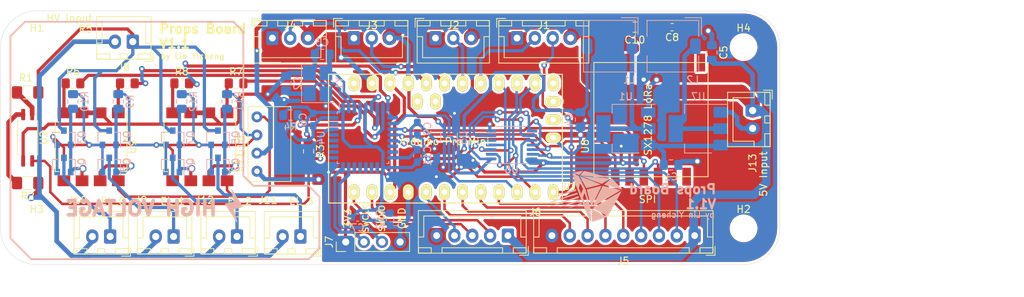
<source format=kicad_pcb>
(kicad_pcb (version 20171130) (host pcbnew "(5.1.6)-1")
  (layers (0 F.Cu signal) (31 B.Cu signal) (34 B.Paste user) (35 F.Paste user) (36 B.SilkS user) (37 F.SilkS user) (38 B.Mask user) (39 F.Mask user) (44 Edge.Cuts user))
  (net 0 "")
  (net 1 GND)
  (net 2 5V)
  (net 3 "Net-(C2-Pad1)")
  (net 4 "Net-(C3-Pad1)")
  (net 5 3V3)
  (net 6 /A0)
  (net 7 /A1)
  (net 8 /A2)
  (net 9 /A3)
  (net 10 "Net-(J5-Pad4)")
  (net 11 "Net-(J5-Pad3)")
  (net 12 "Net-(J5-Pad2)")
  (net 13 /D3)
  (net 14 /D2)
  (net 15 /RX)
  (net 16 /SWDIO)
  (net 17 /SWCLK)
  (net 18 /HV_GND)
  (net 19 /HV_LIVE)
  (net 20 "Net-(J9-Pad1)")
  (net 21 "Net-(J10-Pad1)")
  (net 22 "Net-(J11-Pad1)")
  (net 23 "Net-(J12-Pad1)")
  (net 24 "Net-(L1-Pad1)")
  (net 25 "Net-(L2-Pad1)")
  (net 26 "Net-(Q1-Pad1)")
  (net 27 "Net-(Q3-Pad1)")
  (net 28 "Net-(Q5-Pad1)")
  (net 29 "Net-(Q7-Pad1)")
  (net 30 "Net-(R1-Pad2)")
  (net 31 "Net-(R2-Pad2)")
  (net 32 "Net-(R3-Pad2)")
  (net 33 "Net-(R4-Pad2)")
  (net 34 /EL_0)
  (net 35 "Net-(R5-Pad1)")
  (net 36 /EL_1)
  (net 37 "Net-(R6-Pad1)")
  (net 38 /EL_2)
  (net 39 "Net-(R7-Pad1)")
  (net 40 /EL_3)
  (net 41 "Net-(R8-Pad1)")
  (net 42 "Net-(U3-Pad22)")
  (net 43 "Net-(U3-Pad10)")
  (net 44 "Net-(U3-Pad11)")
  (net 45 "Net-(U3-Pad13)")
  (net 46 "Net-(U3-Pad24)")
  (net 47 "Net-(U3-Pad27)")
  (net 48 "Net-(U4-Pad31)")
  (net 49 "Net-(U4-Pad29)")
  (net 50 "Net-(U4-Pad28)")
  (net 51 "Net-(U4-Pad27)")
  (net 52 "Net-(U4-Pad26)")
  (net 53 "Net-(U4-Pad25)")
  (net 54 "Net-(U4-Pad22)")
  (net 55 "Net-(U4-Pad21)")
  (net 56 "Net-(U4-Pad20)")
  (net 57 "Net-(U4-Pad19)")
  (net 58 "Net-(U4-Pad18)")
  (net 59 "Net-(U4-Pad15)")
  (net 60 "Net-(U4-Pad14)")
  (net 61 /MOSI)
  (net 62 /MISO)
  (net 63 /SCK)
  (net 64 /MCU_SS)
  (net 65 /LORA_SS)
  (net 66 "Net-(U6-Pad6)")
  (net 67 "Net-(U8-Pad15)")
  (net 68 "Net-(U8-Pad16)")
  (net 69 "Net-(U8-Pad14)")
  (net 70 "Net-(U8-Pad12)")
  (net 71 "Net-(U8-Pad11)")
  (net 72 "Net-(U8-Pad9)")
  (net 73 "Net-(U8-Pad7)")
  (net 74 "Net-(U8-Pad6)")
  (net 75 /MCU_PWR)
  (net 76 /D9)
  (net 77 /ISOL_GND)
  (net 78 /ISOL_5V)
  (net 79 /A6)
  (net 80 /SCL)
  (net 81 /SDA)
  (net 82 /D4)
  (net 83 /D5)
  (net 84 /D6)
  (net 85 /TX)
  (module Connector_JST:JST_XH_B9B-XH-A_1x09_P2.50mm_Vertical (layer F.Cu) (at 186.182 120.396 180)
    (fp_text reference J5 (at 10 -3.55) (layer F.SilkS))
    (fp_text value Conn_01x09_Female)
    (pad 9 thru_hole oval (at 20 0 180) (size 1.7 1.95) (drill 0.95) (layers *.Cu *.Mask) (net 1 GND))
    (pad 8 thru_hole oval (at 17.5 0 180) (size 1.7 1.95) (drill 0.95) (layers *.Cu *.Mask) (net 13 /D3))
    (pad 7 thru_hole oval (at 15 0 180) (size 1.7 1.95) (drill 0.95) (layers *.Cu *.Mask) (net 82 /D4))
    (pad 6 thru_hole oval (at 12.5 0 180) (size 1.7 1.95) (drill 0.95) (layers *.Cu *.Mask) (net 83 /D5))
    (pad 5 thru_hole oval (at 10 0 180) (size 1.7 1.95) (drill 0.95) (layers *.Cu *.Mask) (net 84 /D6))
    (pad 4 thru_hole oval (at 7.5 0 180) (size 1.7 1.95) (drill 0.95) (layers *.Cu *.Mask) (net 10 "Net-(J5-Pad4)"))
    (pad 3 thru_hole oval (at 5 0 180) (size 1.7 1.95) (drill 0.95) (layers *.Cu *.Mask) (net 11 "Net-(J5-Pad3)"))
    (pad 2 thru_hole oval (at 2.5 0 180) (size 1.7 1.95) (drill 0.95) (layers *.Cu *.Mask) (net 12 "Net-(J5-Pad2)"))
    (pad 1 thru_hole roundrect (at 0 0 180) (size 1.7 1.95) (drill 0.95) (layers *.Cu *.Mask) (roundrect_rratio 0.147059) (net 2 5V))
  )
  (module props-control-board:RFM-0505S (layer F.Cu) (at 124.841 107.569 90)
    (fp_text reference U11 (at -2.54 -2.54 90) (layer F.SilkS))
    (fp_text value RFM-0505S)
    (pad 1 thru_hole circle (at -3.81 0 90) (size 1.524 1.524) (drill 0.762) (layers *.Cu *.Mask) (net 1 GND))
    (pad 2 thru_hole circle (at -1.27 0 90) (size 1.524 1.524) (drill 0.762) (layers *.Cu *.Mask) (net 2 5V))
    (pad 3 thru_hole circle (at 1.27 0 90) (size 1.524 1.524) (drill 0.762) (layers *.Cu *.Mask) (net 77 /ISOL_GND))
    (pad 4 thru_hole circle (at 3.81 0 90) (size 1.524 1.524) (drill 0.762) (layers *.Cu *.Mask) (net 78 /ISOL_5V))
  )
  (module props-control-board:SX1278_module (layer F.Cu) (at 175.26 104.14 90)
    (fp_text reference U8 (at -3.7338 -4.4196 90) (layer F.SilkS))
    (fp_text value SX1278_module)
    (fp_text user "SX1278 LoRa" (at 0 4.4 90) (layer F.SilkS))
    (pad 1 smd rect (at -8 -2.2 90) (size 2.5 1.2) (layers F.Cu F.Paste F.Mask) (net 1 GND))
    (pad 2 smd rect (at -8 -0.2 90) (size 2.5 1.2) (layers F.Cu F.Paste F.Mask) (net 62 /MISO))
    (pad 4 smd rect (at -8 1.8 90) (size 2.5 1.2) (layers F.Cu F.Paste F.Mask) (net 63 /SCK))
    (pad 3 smd rect (at -8 3.8 90) (size 2.5 1.2) (layers F.Cu F.Paste F.Mask) (net 61 /MOSI))
    (pad 5 smd rect (at -8 5.8 90) (size 2.5 1.2) (layers F.Cu F.Paste F.Mask) (net 65 /LORA_SS))
    (pad 6 smd rect (at -8 7.8 90) (size 2.5 1.2) (layers F.Cu F.Paste F.Mask) (net 74 "Net-(U8-Pad6)"))
    (pad 7 smd rect (at -8 9.8 90) (size 2.5 1.2) (layers F.Cu F.Paste F.Mask) (net 73 "Net-(U8-Pad7)"))
    (pad 8 smd rect (at -8 11.8 90) (size 2.5 1.2) (layers F.Cu F.Paste F.Mask) (net 1 GND))
    (pad 9 smd rect (at 8 11.8 90) (size 2.5 1.2) (layers F.Cu F.Paste F.Mask) (net 72 "Net-(U8-Pad9)"))
    (pad 10 smd rect (at 8 9.8 90) (size 2.5 1.2) (layers F.Cu F.Paste F.Mask) (net 1 GND))
    (pad 11 smd rect (at 8 7.8 90) (size 2.5 1.2) (layers F.Cu F.Paste F.Mask) (net 71 "Net-(U8-Pad11)"))
    (pad 12 smd rect (at 8 5.8 90) (size 2.5 1.2) (layers F.Cu F.Paste F.Mask) (net 70 "Net-(U8-Pad12)"))
    (pad 13 smd rect (at 8 3.8 90) (size 2.5 1.2) (layers F.Cu F.Paste F.Mask) (net 5 3V3))
    (pad 14 smd rect (at 8 1.8 90) (size 2.5 1.2) (layers F.Cu F.Paste F.Mask) (net 69 "Net-(U8-Pad14)"))
    (pad 16 smd rect (at 8 -0.2 90) (size 2.5 1.2) (layers F.Cu F.Paste F.Mask) (net 68 "Net-(U8-Pad16)"))
    (pad 15 smd rect (at 8 -2.2 90) (size 2.5 1.2) (layers F.Cu F.Paste F.Mask) (net 67 "Net-(U8-Pad15)"))
  )
  (module props-control-board:pro_mini (layer F.Cu) (at 152.4 106.68)
    (fp_text reference U3 (at 16.256 6.858) (layer F.SilkS) (effects (font (size 0.8 0.8) (thickness 0.16))))
    (fp_text value arduino_pro_mini hide)
    (pad 29 thru_hole oval (at 13.97 0) (size 2.19964 1.50114) (drill 0.8001) (layers *.Cu *.Mask F.SilkS) (net 1 GND))
    (pad 28 thru_hole oval (at 13.97 -2.54) (size 2.19964 1.50114) (drill 0.8001) (layers *.Cu *.Mask F.SilkS) (net 79 /A6))
    (pad 27 thru_hole oval (at 13.97 -5.08) (size 2.19964 1.50114) (drill 0.8001) (layers *.Cu *.Mask F.SilkS) (net 47 "Net-(U3-Pad27)"))
    (pad 26 thru_hole oval (at -5.08 -5.08) (size 1.50114 2.19964) (drill 0.8001) (layers *.Cu *.Mask F.SilkS) (net 80 /SCL))
    (pad 25 thru_hole oval (at -2.54 -5.08) (size 1.50114 2.19964) (drill 0.8001) (layers *.Cu *.Mask F.SilkS) (net 81 /SDA))
    (pad 24 thru_hole oval (at -13.97 -7.62) (size 1.50114 2.19964) (drill 0.8001) (layers *.Cu *.Mask F.SilkS) (net 46 "Net-(U3-Pad24)"))
    (pad 23 thru_hole oval (at -11.43 -7.62) (size 1.50114 2.19964) (drill 0.8001) (layers *.Cu *.Mask F.SilkS) (net 1 GND))
    (pad 22 thru_hole oval (at -8.89 -7.62) (size 1.50114 2.19964) (drill 0.8001) (layers *.Cu *.Mask F.SilkS) (net 42 "Net-(U3-Pad22)"))
    (pad 21 thru_hole oval (at -6.35 -7.62) (size 1.50114 2.19964) (drill 0.8001) (layers *.Cu *.Mask F.SilkS) (net 2 5V))
    (pad 20 thru_hole oval (at -3.81 -7.62) (size 1.50114 2.19964) (drill 0.8001) (layers *.Cu *.Mask F.SilkS) (net 9 /A3))
    (pad 19 thru_hole oval (at -1.27 -7.62) (size 1.50114 2.19964) (drill 0.8001) (layers *.Cu *.Mask F.SilkS) (net 8 /A2))
    (pad 18 thru_hole oval (at 1.27 -7.62) (size 1.50114 2.19964) (drill 0.8001) (layers *.Cu *.Mask F.SilkS) (net 7 /A1))
    (pad 17 thru_hole oval (at 3.81 -7.62) (size 1.50114 2.19964) (drill 0.8001) (layers *.Cu *.Mask F.SilkS) (net 6 /A0))
    (pad 16 thru_hole oval (at 6.35 -7.62) (size 1.50114 2.19964) (drill 0.8001) (layers *.Cu *.Mask F.SilkS) (net 10 "Net-(J5-Pad4)"))
    (pad 15 thru_hole oval (at 8.89 -7.62) (size 1.50114 2.19964) (drill 0.8001) (layers *.Cu *.Mask F.SilkS) (net 11 "Net-(J5-Pad3)"))
    (pad 14 thru_hole oval (at 11.43 -7.62) (size 1.50114 2.19964) (drill 0.8001) (layers *.Cu *.Mask F.SilkS) (net 12 "Net-(J5-Pad2)"))
    (pad 13 thru_hole oval (at 13.97 -7.62) (size 1.50114 2.19964) (drill 0.8001) (layers *.Cu *.Mask F.SilkS) (net 45 "Net-(U3-Pad13)"))
    (pad 12 thru_hole oval (at 13.97 7.62) (size 1.50114 2.19964) (drill 0.8001) (layers *.Cu *.Mask F.SilkS) (net 76 /D9))
    (pad 11 thru_hole oval (at 11.43 7.62) (size 1.50114 2.19964) (drill 0.8001) (layers *.Cu *.Mask F.SilkS) (net 44 "Net-(U3-Pad11)"))
    (pad 10 thru_hole oval (at 8.89 7.62) (size 1.50114 2.19964) (drill 0.8001) (layers *.Cu *.Mask F.SilkS) (net 43 "Net-(U3-Pad10)"))
    (pad 9 thru_hole oval (at 6.35 7.62) (size 1.50114 2.19964) (drill 0.8001) (layers *.Cu *.Mask F.SilkS) (net 84 /D6))
    (pad 8 thru_hole oval (at 3.81 7.62) (size 1.50114 2.19964) (drill 0.8001) (layers *.Cu *.Mask F.SilkS) (net 83 /D5))
    (pad 7 thru_hole oval (at 1.27 7.62) (size 1.50114 2.19964) (drill 0.8001) (layers *.Cu *.Mask F.SilkS) (net 82 /D4))
    (pad 6 thru_hole oval (at -1.27 7.62) (size 1.50114 2.19964) (drill 0.8001) (layers *.Cu *.Mask F.SilkS) (net 13 /D3))
    (pad 5 thru_hole oval (at -3.81 7.62) (size 1.50114 2.19964) (drill 0.8001) (layers *.Cu *.Mask F.SilkS) (net 14 /D2))
    (pad 4 thru_hole oval (at -6.35 7.62) (size 1.50114 2.19964) (drill 0.8001) (layers *.Cu *.Mask F.SilkS) (net 1 GND))
    (pad 3 thru_hole oval (at -8.89 7.62) (size 1.50114 2.19964) (drill 0.8001) (layers *.Cu *.Mask F.SilkS) (net 42 "Net-(U3-Pad22)"))
    (pad 2 thru_hole oval (at -11.43 7.62) (size 1.50114 2.19964) (drill 0.8001) (layers *.Cu *.Mask F.SilkS) (net 15 /RX))
    (pad 1 thru_hole oval (at -13.97 7.62) (size 1.50114 2.19964) (drill 0.8001) (layers *.Cu *.Mask F.SilkS) (net 85 /TX))
  )
  (module "orientation thing:frontlogo1" (layer B.Cu) (at 171.831 118.999 180)
    (fp_text reference Ref** hide)
    (fp_text value Val** hide)
  )
  (module Package_SO:SSO-8_6.7x9.8mm_P2.54mm_Clearance8mm (layer F.Cu) (at 116.84 107.95 270)
    (fp_text reference U10 (at -0.127 -5.842 90) (layer F.SilkS))
    (fp_text value HCPL2631SD)
    (pad 8 smd rect (at 4.76 -3.81 270) (size 1.52 1.78) (layers F.Cu F.Paste F.Mask) (net 78 /ISOL_5V))
    (pad 7 smd rect (at 4.76 -1.27 270) (size 1.52 1.78) (layers F.Cu F.Paste F.Mask) (net 28 "Net-(Q5-Pad1)"))
    (pad 6 smd rect (at 4.76 1.27 270) (size 1.52 1.78) (layers F.Cu F.Paste F.Mask) (net 29 "Net-(Q7-Pad1)"))
    (pad 5 smd rect (at 4.76 3.81 270) (size 1.52 1.78) (layers F.Cu F.Paste F.Mask) (net 77 /ISOL_GND))
    (pad 4 smd rect (at -4.76 3.81 270) (size 1.52 1.78) (layers F.Cu F.Paste F.Mask) (net 41 "Net-(R8-Pad1)"))
    (pad 3 smd rect (at -4.76 1.27 270) (size 1.52 1.78) (layers F.Cu F.Paste F.Mask) (net 1 GND))
    (pad 2 smd rect (at -4.76 -1.27 270) (size 1.52 1.75) (layers F.Cu F.Paste F.Mask) (net 1 GND))
    (pad 1 smd rect (at -4.76 -3.81 270) (size 1.52 1.78) (layers F.Cu F.Paste F.Mask) (net 39 "Net-(R7-Pad1)"))
  )
  (module Package_SO:SSO-8_6.7x9.8mm_P2.54mm_Clearance8mm (layer F.Cu) (at 101.6 107.95 270)
    (fp_text reference U9 (at 0 -5.805 90) (layer F.SilkS))
    (fp_text value HCPL2631SD)
    (pad 8 smd rect (at 4.76 -3.81 270) (size 1.52 1.78) (layers F.Cu F.Paste F.Mask) (net 78 /ISOL_5V))
    (pad 7 smd rect (at 4.76 -1.27 270) (size 1.52 1.78) (layers F.Cu F.Paste F.Mask) (net 26 "Net-(Q1-Pad1)"))
    (pad 6 smd rect (at 4.76 1.27 270) (size 1.52 1.78) (layers F.Cu F.Paste F.Mask) (net 27 "Net-(Q3-Pad1)"))
    (pad 5 smd rect (at 4.76 3.81 270) (size 1.52 1.78) (layers F.Cu F.Paste F.Mask) (net 77 /ISOL_GND))
    (pad 4 smd rect (at -4.76 3.81 270) (size 1.52 1.78) (layers F.Cu F.Paste F.Mask) (net 37 "Net-(R6-Pad1)"))
    (pad 3 smd rect (at -4.76 1.27 270) (size 1.52 1.78) (layers F.Cu F.Paste F.Mask) (net 1 GND))
    (pad 2 smd rect (at -4.76 -1.27 270) (size 1.52 1.75) (layers F.Cu F.Paste F.Mask) (net 1 GND))
    (pad 1 smd rect (at -4.76 -3.81 270) (size 1.52 1.78) (layers F.Cu F.Paste F.Mask) (net 35 "Net-(R5-Pad1)"))
  )
  (module Connector_JST:JST_XH_B4B-XH-A_1x04_P2.50mm_Vertical (layer F.Cu) (at 161.29 92.71)
    (fp_text reference J1 (at 3.75 -1.778) (layer F.SilkS))
    (fp_text value Conn_01x04_Female)
    (pad 4 thru_hole oval (at 7.5 0) (size 1.7 1.95) (drill 0.95) (layers *.Cu *.Mask) (net 2 5V))
    (pad 3 thru_hole oval (at 5 0) (size 1.7 1.95) (drill 0.95) (layers *.Cu *.Mask) (net 76 /D9))
    (pad 2 thru_hole oval (at 2.5 0) (size 1.7 1.95) (drill 0.95) (layers *.Cu *.Mask) (net 6 /A0))
    (pad 1 thru_hole roundrect (at 0 0) (size 1.7 1.95) (drill 0.95) (layers *.Cu *.Mask) (roundrect_rratio 0.147059) (net 1 GND))
  )
  (module Connector_JST:JST_XH_B2B-XH-A_1x02_P2.50mm_Vertical (layer F.Cu) (at 194.31 102.87 270)
    (fp_text reference J13 (at 7.366 0 90) (layer F.SilkS))
    (fp_text value Conn_01x02_Female)
    (pad 2 thru_hole oval (at 2.5 0 270) (size 1.7 2) (drill 1) (layers *.Cu *.Mask) (net 1 GND))
    (pad 1 thru_hole roundrect (at 0 0 270) (size 1.7 2) (drill 1) (layers *.Cu *.Mask) (roundrect_rratio 0.147059) (net 2 5V))
  )
  (module MountingHole:MountingHole_3.2mm_M3 (layer F.Cu) (at 193.04 93.98)
    (fp_text reference H4 (at 0 -2.676) (layer F.SilkS))
    (fp_text value MountingHole)
    (pad 1 np_thru_hole circle (at 0 0) (size 3.2 3.2) (drill 3.2) (layers *.Cu *.Mask))
  )
  (module MountingHole:MountingHole_3.2mm_M3 (layer F.Cu) (at 93.98 119.38)
    (fp_text reference H3 (at 0 -2.676) (layer F.SilkS))
    (fp_text value MountingHole)
    (pad 1 np_thru_hole circle (at 0 0) (size 3.2 3.2) (drill 3.2) (layers *.Cu *.Mask))
  )
  (module MountingHole:MountingHole_3.2mm_M3 (layer F.Cu) (at 193.04 119.38)
    (fp_text reference H2 (at 0 -2.676) (layer F.SilkS))
    (fp_text value MountingHole)
    (pad 1 np_thru_hole circle (at 0 0) (size 3.2 3.2) (drill 3.2) (layers *.Cu *.Mask))
  )
  (module MountingHole:MountingHole_3.2mm_M3 (layer F.Cu) (at 93.98 93.98)
    (fp_text reference H1 (at 0 -2.676) (layer F.SilkS))
    (fp_text value MountingHole)
    (pad 1 np_thru_hole circle (at 0 0) (size 3.2 3.2) (drill 3.2) (layers *.Cu *.Mask))
  )
  (module Crystal:Crystal_SMD_3225-4Pin_3.2x2.5mm_HandSoldering (layer B.Cu) (at 133.35 99.06 90)
    (fp_text reference Y1 (at 0 3.05 90) (layer B.SilkS) (effects (justify mirror)))
    (fp_text value Crystal_GND24)
    (pad 4 smd rect (at -1.45 1.15 90) (size 2.1 1.8) (layers B.Cu B.Paste B.Mask) (net 1 GND))
    (pad 3 smd rect (at 1.45 1.15 90) (size 2.1 1.8) (layers B.Cu B.Paste B.Mask) (net 4 "Net-(C3-Pad1)"))
    (pad 2 smd rect (at 1.45 -1.15 90) (size 2.1 1.8) (layers B.Cu B.Paste B.Mask) (net 1 GND))
    (pad 1 smd rect (at -1.45 -1.15 90) (size 2.1 1.8) (layers B.Cu B.Paste B.Mask) (net 3 "Net-(C2-Pad1)"))
  )
  (module Package_TO_SOT_SMD:SOT-223-3_TabPin2 (layer B.Cu) (at 186.69 105.41 180)
    (fp_text reference U7 (at 0 4.5) (layer B.SilkS) (effects (justify mirror)))
    (fp_text value AZ1117-3.3)
    (pad 1 smd rect (at -3.15 2.3 180) (size 2 1.5) (layers B.Cu B.Paste B.Mask) (net 1 GND))
    (pad 3 smd rect (at -3.15 -2.3 180) (size 2 1.5) (layers B.Cu B.Paste B.Mask) (net 2 5V))
    (pad 2 smd rect (at -3.15 0 180) (size 2 1.5) (layers B.Cu B.Paste B.Mask) (net 25 "Net-(L2-Pad1)"))
    (pad 2 smd rect (at 3.15 0 180) (size 2 3.8) (layers B.Cu B.Paste B.Mask) (net 25 "Net-(L2-Pad1)"))
  )
  (module Package_SO:TSSOP-14_4.4x5mm_P0.65mm (layer B.Cu) (at 160.528 107.696)
    (fp_text reference U6 (at 0 3.45) (layer B.SilkS) (effects (justify mirror)))
    (fp_text value TXB0104PWR)
    (pad 14 smd roundrect (at 2.8625 1.95) (size 1.475 0.4) (layers B.Cu B.Paste B.Mask) (net 5 3V3))
    (pad 13 smd roundrect (at 2.8625 1.3) (size 1.475 0.4) (layers B.Cu B.Paste B.Mask) (net 61 /MOSI))
    (pad 12 smd roundrect (at 2.8625 0.65) (size 1.475 0.4) (layers B.Cu B.Paste B.Mask) (net 62 /MISO))
    (pad 11 smd roundrect (at 2.8625 0) (size 1.475 0.4) (layers B.Cu B.Paste B.Mask) (net 63 /SCK))
    (pad 10 smd roundrect (at 2.8625 -0.65) (size 1.475 0.4) (layers B.Cu B.Paste B.Mask) (net 65 /LORA_SS))
    (pad 9 smd roundrect (at 2.8625 -1.3) (size 1.475 0.4) (layers B.Cu B.Paste B.Mask) (net 66 "Net-(U6-Pad6)"))
    (pad 8 smd roundrect (at 2.8625 -1.95) (size 1.475 0.4) (layers B.Cu B.Paste B.Mask) (net 2 5V))
    (pad 7 smd roundrect (at -2.8625 -1.95) (size 1.475 0.4) (layers B.Cu B.Paste B.Mask) (net 1 GND))
    (pad 6 smd roundrect (at -2.8625 -1.3) (size 1.475 0.4) (layers B.Cu B.Paste B.Mask) (net 66 "Net-(U6-Pad6)"))
    (pad 5 smd roundrect (at -2.8625 -0.65) (size 1.475 0.4) (layers B.Cu B.Paste B.Mask) (net 44 "Net-(U3-Pad11)"))
    (pad 4 smd roundrect (at -2.8625 0) (size 1.475 0.4) (layers B.Cu B.Paste B.Mask) (net 10 "Net-(J5-Pad4)"))
    (pad 3 smd roundrect (at -2.8625 0.65) (size 1.475 0.4) (layers B.Cu B.Paste B.Mask) (net 11 "Net-(J5-Pad3)"))
    (pad 2 smd roundrect (at -2.8625 1.3) (size 1.475 0.4) (layers B.Cu B.Paste B.Mask) (net 12 "Net-(J5-Pad2)"))
    (pad 1 smd roundrect (at -2.8625 1.95) (size 1.475 0.4) (layers B.Cu B.Paste B.Mask) (net 2 5V))
  )
  (module Package_TO_SOT_SMD:SOT-363_SC-70-6_Handsoldering (layer B.Cu) (at 151.765 106.68 90)
    (fp_text reference U5 (at 0 2 90) (layer B.SilkS) (effects (justify mirror)))
    (fp_text value TXB0101DCKT)
    (pad 6 smd rect (at 1.33 0.65 90) (size 1.5 0.4) (layers B.Cu B.Paste B.Mask) (net 5 3V3))
    (pad 5 smd rect (at 1.33 0 90) (size 1.5 0.4) (layers B.Cu B.Paste B.Mask) (net 64 /MCU_SS))
    (pad 4 smd rect (at 1.33 -0.65 90) (size 1.5 0.4) (layers B.Cu B.Paste B.Mask) (net 2 5V))
    (pad 3 smd rect (at -1.33 -0.65 90) (size 1.5 0.4) (layers B.Cu B.Paste B.Mask) (net 1 GND))
    (pad 2 smd rect (at -1.33 0 90) (size 1.5 0.4) (layers B.Cu B.Paste B.Mask) (net 43 "Net-(U3-Pad10)"))
    (pad 1 smd rect (at -1.33 0.65 90) (size 1.5 0.4) (layers B.Cu B.Paste B.Mask) (net 2 5V))
  )
  (module Package_QFP:LQFP-32_7x7mm_P0.8mm (layer B.Cu) (at 139.7 106.68 270)
    (fp_text reference U4 (at 0 5.88 90) (layer B.SilkS) (effects (justify mirror)))
    (fp_text value STM32F042K6T6)
    (pad 32 smd roundrect (at -2.8 4.175 270) (size 0.5 1.5) (layers B.Cu B.Paste B.Mask) (net 1 GND))
    (pad 31 smd roundrect (at -2 4.175 270) (size 0.5 1.5) (layers B.Cu B.Paste B.Mask) (net 48 "Net-(U4-Pad31)"))
    (pad 30 smd roundrect (at -1.2 4.175 270) (size 0.5 1.5) (layers B.Cu B.Paste B.Mask) (net 32 "Net-(R3-Pad2)"))
    (pad 29 smd roundrect (at -0.4 4.175 270) (size 0.5 1.5) (layers B.Cu B.Paste B.Mask) (net 49 "Net-(U4-Pad29)"))
    (pad 28 smd roundrect (at 0.4 4.175 270) (size 0.5 1.5) (layers B.Cu B.Paste B.Mask) (net 50 "Net-(U4-Pad28)"))
    (pad 27 smd roundrect (at 1.2 4.175 270) (size 0.5 1.5) (layers B.Cu B.Paste B.Mask) (net 51 "Net-(U4-Pad27)"))
    (pad 26 smd roundrect (at 2 4.175 270) (size 0.5 1.5) (layers B.Cu B.Paste B.Mask) (net 52 "Net-(U4-Pad26)"))
    (pad 25 smd roundrect (at 2.8 4.175 270) (size 0.5 1.5) (layers B.Cu B.Paste B.Mask) (net 53 "Net-(U4-Pad25)"))
    (pad 24 smd roundrect (at 4.175 2.8 270) (size 1.5 0.5) (layers B.Cu B.Paste B.Mask) (net 17 /SWCLK))
    (pad 23 smd roundrect (at 4.175 2 270) (size 1.5 0.5) (layers B.Cu B.Paste B.Mask) (net 16 /SWDIO))
    (pad 22 smd roundrect (at 4.175 1.2 270) (size 1.5 0.5) (layers B.Cu B.Paste B.Mask) (net 54 "Net-(U4-Pad22)"))
    (pad 21 smd roundrect (at 4.175 0.4 270) (size 1.5 0.5) (layers B.Cu B.Paste B.Mask) (net 55 "Net-(U4-Pad21)"))
    (pad 20 smd roundrect (at 4.175 -0.4 270) (size 1.5 0.5) (layers B.Cu B.Paste B.Mask) (net 56 "Net-(U4-Pad20)"))
    (pad 19 smd roundrect (at 4.175 -1.2 270) (size 1.5 0.5) (layers B.Cu B.Paste B.Mask) (net 57 "Net-(U4-Pad19)"))
    (pad 18 smd roundrect (at 4.175 -2 270) (size 1.5 0.5) (layers B.Cu B.Paste B.Mask) (net 58 "Net-(U4-Pad18)"))
    (pad 17 smd roundrect (at 4.175 -2.8 270) (size 1.5 0.5) (layers B.Cu B.Paste B.Mask) (net 75 /MCU_PWR))
    (pad 16 smd roundrect (at 2.8 -4.175 270) (size 0.5 1.5) (layers B.Cu B.Paste B.Mask) (net 1 GND))
    (pad 15 smd roundrect (at 2 -4.175 270) (size 0.5 1.5) (layers B.Cu B.Paste B.Mask) (net 59 "Net-(U4-Pad15)"))
    (pad 14 smd roundrect (at 1.2 -4.175 270) (size 0.5 1.5) (layers B.Cu B.Paste B.Mask) (net 60 "Net-(U4-Pad14)"))
    (pad 13 smd roundrect (at 0.4 -4.175 270) (size 0.5 1.5) (layers B.Cu B.Paste B.Mask) (net 61 /MOSI))
    (pad 12 smd roundrect (at -0.4 -4.175 270) (size 0.5 1.5) (layers B.Cu B.Paste B.Mask) (net 62 /MISO))
    (pad 11 smd roundrect (at -1.2 -4.175 270) (size 0.5 1.5) (layers B.Cu B.Paste B.Mask) (net 63 /SCK))
    (pad 10 smd roundrect (at -2 -4.175 270) (size 0.5 1.5) (layers B.Cu B.Paste B.Mask) (net 64 /MCU_SS))
    (pad 9 smd roundrect (at -2.8 -4.175 270) (size 0.5 1.5) (layers B.Cu B.Paste B.Mask) (net 38 /EL_2))
    (pad 8 smd roundrect (at -4.175 -2.8 270) (size 1.5 0.5) (layers B.Cu B.Paste B.Mask) (net 40 /EL_3))
    (pad 7 smd roundrect (at -4.175 -2 270) (size 1.5 0.5) (layers B.Cu B.Paste B.Mask) (net 34 /EL_0))
    (pad 6 smd roundrect (at -4.175 -1.2 270) (size 1.5 0.5) (layers B.Cu B.Paste B.Mask) (net 36 /EL_1))
    (pad 5 smd roundrect (at -4.175 -0.4 270) (size 1.5 0.5) (layers B.Cu B.Paste B.Mask) (net 75 /MCU_PWR))
    (pad 4 smd roundrect (at -4.175 0.4 270) (size 1.5 0.5) (layers B.Cu B.Paste B.Mask) (net 33 "Net-(R4-Pad2)"))
    (pad 3 smd roundrect (at -4.175 1.2 270) (size 1.5 0.5) (layers B.Cu B.Paste B.Mask) (net 4 "Net-(C3-Pad1)"))
    (pad 2 smd roundrect (at -4.175 2 270) (size 1.5 0.5) (layers B.Cu B.Paste B.Mask) (net 3 "Net-(C2-Pad1)"))
    (pad 1 smd roundrect (at -4.175 2.8 270) (size 1.5 0.5) (layers B.Cu B.Paste B.Mask) (net 75 /MCU_PWR))
  )
  (module Package_SO:SOIC-4_4.55x2.6mm_P1.27mm (layer F.Cu) (at 92.71 106.68 270)
    (fp_text reference U2 (at 0 -2.25 90) (layer F.SilkS))
    (fp_text value VOS628A)
    (pad 4 smd roundrect (at 3.25 -0.635 270) (size 1.6 0.55) (layers F.Cu F.Paste F.Mask) (net 32 "Net-(R3-Pad2)"))
    (pad 3 smd roundrect (at 3.25 0.635 270) (size 1.6 0.55) (layers F.Cu F.Paste F.Mask) (net 1 GND))
    (pad 2 smd roundrect (at -3.25 0.635 270) (size 1.6 0.55) (layers F.Cu F.Paste F.Mask) (net 31 "Net-(R2-Pad2)"))
    (pad 1 smd roundrect (at -3.25 -0.635 270) (size 1.6 0.55) (layers F.Cu F.Paste F.Mask) (net 30 "Net-(R1-Pad2)"))
  )
  (module Package_TO_SOT_SMD:SOT-223-3_TabPin2 (layer B.Cu) (at 176.53 105.41 180)
    (fp_text reference U1 (at 0 4.5) (layer B.SilkS) (effects (justify mirror)))
    (fp_text value AZ1117-3.3)
    (pad 1 smd rect (at -3.15 2.3 180) (size 2 1.5) (layers B.Cu B.Paste B.Mask) (net 1 GND))
    (pad 3 smd rect (at -3.15 -2.3 180) (size 2 1.5) (layers B.Cu B.Paste B.Mask) (net 2 5V))
    (pad 2 smd rect (at -3.15 0 180) (size 2 1.5) (layers B.Cu B.Paste B.Mask) (net 24 "Net-(L1-Pad1)"))
    (pad 2 smd rect (at 3.15 0 180) (size 2 3.8) (layers B.Cu B.Paste B.Mask) (net 24 "Net-(L1-Pad1)"))
  )
  (module Resistor_SMD:R_0805_2012Metric_Pad1.15x1.40mm_HandSolder (layer B.Cu) (at 114.3 101.6 90)
    (fp_text reference R12 (at 0 1.65 90) (layer B.SilkS) (effects (justify mirror)))
    (fp_text value 10K)
    (pad 2 smd roundrect (at 1.025 0 90) (size 1.15 1.4) (layers B.Cu B.Paste B.Mask) (roundrect_rratio 0.217391) (net 77 /ISOL_GND))
    (pad 1 smd roundrect (at -1.025 0 90) (size 1.15 1.4) (layers B.Cu B.Paste B.Mask) (roundrect_rratio 0.217391) (net 29 "Net-(Q7-Pad1)"))
  )
  (module Resistor_SMD:R_0805_2012Metric_Pad1.15x1.40mm_HandSolder (layer B.Cu) (at 120.65 101.6 90)
    (fp_text reference R11 (at 0 1.65 90) (layer B.SilkS) (effects (justify mirror)))
    (fp_text value 10K)
    (pad 2 smd roundrect (at 1.025 0 90) (size 1.15 1.4) (layers B.Cu B.Paste B.Mask) (roundrect_rratio 0.217391) (net 77 /ISOL_GND))
    (pad 1 smd roundrect (at -1.025 0 90) (size 1.15 1.4) (layers B.Cu B.Paste B.Mask) (roundrect_rratio 0.217391) (net 28 "Net-(Q5-Pad1)"))
  )
  (module Resistor_SMD:R_0805_2012Metric_Pad1.15x1.40mm_HandSolder (layer B.Cu) (at 99.06 101.6 90)
    (fp_text reference R10 (at 0 1.65 90) (layer B.SilkS) (effects (justify mirror)))
    (fp_text value 10K)
    (pad 2 smd roundrect (at 1.025 0 90) (size 1.15 1.4) (layers B.Cu B.Paste B.Mask) (roundrect_rratio 0.217391) (net 77 /ISOL_GND))
    (pad 1 smd roundrect (at -1.025 0 90) (size 1.15 1.4) (layers B.Cu B.Paste B.Mask) (roundrect_rratio 0.217391) (net 27 "Net-(Q3-Pad1)"))
  )
  (module Resistor_SMD:R_0805_2012Metric_Pad1.15x1.40mm_HandSolder (layer B.Cu) (at 105.41 101.6 90)
    (fp_text reference R9 (at 0 1.65 90) (layer B.SilkS) (effects (justify mirror)))
    (fp_text value 10K)
    (pad 2 smd roundrect (at 1.025 0 90) (size 1.15 1.4) (layers B.Cu B.Paste B.Mask) (roundrect_rratio 0.217391) (net 77 /ISOL_GND))
    (pad 1 smd roundrect (at -1.025 0 90) (size 1.15 1.4) (layers B.Cu B.Paste B.Mask) (roundrect_rratio 0.217391) (net 26 "Net-(Q1-Pad1)"))
  )
  (module Resistor_SMD:R_0805_2012Metric_Pad1.15x1.40mm_HandSolder (layer F.Cu) (at 114.3 99.06)
    (fp_text reference R8 (at 0 -1.65) (layer F.SilkS))
    (fp_text value 150)
    (pad 2 smd roundrect (at 1.025 0) (size 1.15 1.4) (layers F.Cu F.Paste F.Mask) (roundrect_rratio 0.217391) (net 38 /EL_2))
    (pad 1 smd roundrect (at -1.025 0) (size 1.15 1.4) (layers F.Cu F.Paste F.Mask) (roundrect_rratio 0.217391) (net 41 "Net-(R8-Pad1)"))
  )
  (module Resistor_SMD:R_0805_2012Metric_Pad1.15x1.40mm_HandSolder (layer F.Cu) (at 121.92 99.06)
    (fp_text reference R7 (at 0 -1.65) (layer F.SilkS))
    (fp_text value 150)
    (pad 2 smd roundrect (at 1.025 0) (size 1.15 1.4) (layers F.Cu F.Paste F.Mask) (roundrect_rratio 0.217391) (net 40 /EL_3))
    (pad 1 smd roundrect (at -1.025 0) (size 1.15 1.4) (layers F.Cu F.Paste F.Mask) (roundrect_rratio 0.217391) (net 39 "Net-(R7-Pad1)"))
  )
  (module Resistor_SMD:R_0805_2012Metric_Pad1.15x1.40mm_HandSolder (layer F.Cu) (at 99.06 99.06)
    (fp_text reference R6 (at 0 -1.65) (layer F.SilkS))
    (fp_text value 150)
    (pad 2 smd roundrect (at 1.025 0) (size 1.15 1.4) (layers F.Cu F.Paste F.Mask) (roundrect_rratio 0.217391) (net 34 /EL_0))
    (pad 1 smd roundrect (at -1.025 0) (size 1.15 1.4) (layers F.Cu F.Paste F.Mask) (roundrect_rratio 0.217391) (net 37 "Net-(R6-Pad1)"))
  )
  (module Resistor_SMD:R_0805_2012Metric_Pad1.15x1.40mm_HandSolder (layer F.Cu) (at 106.68 99.06)
    (fp_text reference R5 (at -5.842 -7.62) (layer F.SilkS))
    (fp_text value 150)
    (pad 2 smd roundrect (at 1.025 0) (size 1.15 1.4) (layers F.Cu F.Paste F.Mask) (roundrect_rratio 0.217391) (net 36 /EL_1))
    (pad 1 smd roundrect (at -1.025 0) (size 1.15 1.4) (layers F.Cu F.Paste F.Mask) (roundrect_rratio 0.217391) (net 35 "Net-(R5-Pad1)"))
  )
  (module Resistor_SMD:R_0805_2012Metric_Pad1.15x1.40mm_HandSolder (layer B.Cu) (at 129.54 103.505)
    (fp_text reference R4 (at 0 1.65) (layer B.SilkS) (effects (justify mirror)))
    (fp_text value 10K)
    (pad 2 smd roundrect (at 1.025 0) (size 1.15 1.4) (layers B.Cu B.Paste B.Mask) (roundrect_rratio 0.217391) (net 33 "Net-(R4-Pad2)"))
    (pad 1 smd roundrect (at -1.025 0) (size 1.15 1.4) (layers B.Cu B.Paste B.Mask) (roundrect_rratio 0.217391) (net 75 /MCU_PWR))
  )
  (module Resistor_SMD:R_0805_2012Metric_Pad1.15x1.40mm_HandSolder (layer F.Cu) (at 132.08 108.585 270)
    (fp_text reference R3 (at 0 -1.65 90) (layer F.SilkS))
    (fp_text value 10K)
    (pad 2 smd roundrect (at 1.025 0 270) (size 1.15 1.4) (layers F.Cu F.Paste F.Mask) (roundrect_rratio 0.217391) (net 32 "Net-(R3-Pad2)"))
    (pad 1 smd roundrect (at -1.025 0 270) (size 1.15 1.4) (layers F.Cu F.Paste F.Mask) (roundrect_rratio 0.217391) (net 75 /MCU_PWR))
  )
  (module Resistor_SMD:R_1206_3216Metric_Pad1.42x1.75mm_HandSolder (layer F.Cu) (at 92.71 113.03 180)
    (fp_text reference R2 (at 0 -1.82) (layer F.SilkS))
    (fp_text value 4K7)
    (pad 2 smd roundrect (at 1.4875 0 180) (size 1.425 1.75) (layers F.Cu F.Paste F.Mask) (roundrect_rratio 0.175439) (net 31 "Net-(R2-Pad2)"))
    (pad 1 smd roundrect (at -1.4875 0 180) (size 1.425 1.75) (layers F.Cu F.Paste F.Mask) (roundrect_rratio 0.175439) (net 19 /HV_LIVE))
  )
  (module Resistor_SMD:R_1206_3216Metric_Pad1.42x1.75mm_HandSolder (layer F.Cu) (at 92.71 100.33 180)
    (fp_text reference R1 (at 0.254 2.032) (layer F.SilkS))
    (fp_text value 4K7)
    (pad 2 smd roundrect (at 1.4875 0 180) (size 1.425 1.75) (layers F.Cu F.Paste F.Mask) (roundrect_rratio 0.175439) (net 30 "Net-(R1-Pad2)"))
    (pad 1 smd roundrect (at -1.4875 0 180) (size 1.425 1.75) (layers F.Cu F.Paste F.Mask) (roundrect_rratio 0.175439) (net 18 /HV_GND))
  )
  (module Package_TO_SOT_SMD:SOT-23 (layer B.Cu) (at 113.03 110.49 90)
    (fp_text reference Q8 (at 0 2.5 90) (layer B.SilkS) (effects (justify mirror)))
    (fp_text value DMN24H3D5L)
    (pad 3 smd rect (at 1 0 90) (size 0.9 0.8) (layers B.Cu B.Paste B.Mask) (net 23 "Net-(J12-Pad1)"))
    (pad 2 smd rect (at -1 -0.95 90) (size 0.9 0.8) (layers B.Cu B.Paste B.Mask) (net 77 /ISOL_GND))
    (pad 1 smd rect (at -1 0.95 90) (size 0.9 0.8) (layers B.Cu B.Paste B.Mask) (net 29 "Net-(Q7-Pad1)"))
  )
  (module Package_TO_SOT_SMD:SOT-23 (layer B.Cu) (at 113.03 106.68 90)
    (fp_text reference Q7 (at 0 2.5 90) (layer B.SilkS) (effects (justify mirror)))
    (fp_text value DMN24H3D5L)
    (pad 3 smd rect (at 1 0 90) (size 0.9 0.8) (layers B.Cu B.Paste B.Mask) (net 18 /HV_GND))
    (pad 2 smd rect (at -1 -0.95 90) (size 0.9 0.8) (layers B.Cu B.Paste B.Mask) (net 77 /ISOL_GND))
    (pad 1 smd rect (at -1 0.95 90) (size 0.9 0.8) (layers B.Cu B.Paste B.Mask) (net 29 "Net-(Q7-Pad1)"))
  )
  (module Package_TO_SOT_SMD:SOT-23 (layer B.Cu) (at 119.38 110.49 90)
    (fp_text reference Q6 (at 0 2.5 90) (layer B.SilkS) (effects (justify mirror)))
    (fp_text value DMN24H3D5L)
    (pad 3 smd rect (at 1 0 90) (size 0.9 0.8) (layers B.Cu B.Paste B.Mask) (net 22 "Net-(J11-Pad1)"))
    (pad 2 smd rect (at -1 -0.95 90) (size 0.9 0.8) (layers B.Cu B.Paste B.Mask) (net 77 /ISOL_GND))
    (pad 1 smd rect (at -1 0.95 90) (size 0.9 0.8) (layers B.Cu B.Paste B.Mask) (net 28 "Net-(Q5-Pad1)"))
  )
  (module Package_TO_SOT_SMD:SOT-23 (layer B.Cu) (at 119.38 106.68 90)
    (fp_text reference Q5 (at 0 2.5 90) (layer B.SilkS) (effects (justify mirror)))
    (fp_text value DMN24H3D5L)
    (pad 3 smd rect (at 1 0 90) (size 0.9 0.8) (layers B.Cu B.Paste B.Mask) (net 18 /HV_GND))
    (pad 2 smd rect (at -1 -0.95 90) (size 0.9 0.8) (layers B.Cu B.Paste B.Mask) (net 77 /ISOL_GND))
    (pad 1 smd rect (at -1 0.95 90) (size 0.9 0.8) (layers B.Cu B.Paste B.Mask) (net 28 "Net-(Q5-Pad1)"))
  )
  (module Package_TO_SOT_SMD:SOT-23 (layer B.Cu) (at 97.79 110.49 90)
    (fp_text reference Q4 (at 0 2.5 90) (layer B.SilkS) (effects (justify mirror)))
    (fp_text value DMN24H3D5L)
    (pad 3 smd rect (at 1 0 90) (size 0.9 0.8) (layers B.Cu B.Paste B.Mask) (net 21 "Net-(J10-Pad1)"))
    (pad 2 smd rect (at -1 -0.95 90) (size 0.9 0.8) (layers B.Cu B.Paste B.Mask) (net 77 /ISOL_GND))
    (pad 1 smd rect (at -1 0.95 90) (size 0.9 0.8) (layers B.Cu B.Paste B.Mask) (net 27 "Net-(Q3-Pad1)"))
  )
  (module Package_TO_SOT_SMD:SOT-23 (layer B.Cu) (at 97.79 106.68 90)
    (fp_text reference Q3 (at 0 2.5 90) (layer B.SilkS) (effects (justify mirror)))
    (fp_text value DMN24H3D5L)
    (pad 3 smd rect (at 1 0 90) (size 0.9 0.8) (layers B.Cu B.Paste B.Mask) (net 18 /HV_GND))
    (pad 2 smd rect (at -1 -0.95 90) (size 0.9 0.8) (layers B.Cu B.Paste B.Mask) (net 77 /ISOL_GND))
    (pad 1 smd rect (at -1 0.95 90) (size 0.9 0.8) (layers B.Cu B.Paste B.Mask) (net 27 "Net-(Q3-Pad1)"))
  )
  (module Package_TO_SOT_SMD:SOT-23 (layer B.Cu) (at 104.14 110.49 90)
    (fp_text reference Q2 (at 0 2.5 90) (layer B.SilkS) (effects (justify mirror)))
    (fp_text value DMN24H3D5L)
    (pad 3 smd rect (at 1 0 90) (size 0.9 0.8) (layers B.Cu B.Paste B.Mask) (net 20 "Net-(J9-Pad1)"))
    (pad 2 smd rect (at -1 -0.95 90) (size 0.9 0.8) (layers B.Cu B.Paste B.Mask) (net 77 /ISOL_GND))
    (pad 1 smd rect (at -1 0.95 90) (size 0.9 0.8) (layers B.Cu B.Paste B.Mask) (net 26 "Net-(Q1-Pad1)"))
  )
  (module Package_TO_SOT_SMD:SOT-23 (layer B.Cu) (at 104.14 106.68 90)
    (fp_text reference Q1 (at 0 2.5 90) (layer B.SilkS) (effects (justify mirror)))
    (fp_text value DMN24H3D5L)
    (pad 3 smd rect (at 1 0 90) (size 0.9 0.8) (layers B.Cu B.Paste B.Mask) (net 18 /HV_GND))
    (pad 2 smd rect (at -1 -0.95 90) (size 0.9 0.8) (layers B.Cu B.Paste B.Mask) (net 77 /ISOL_GND))
    (pad 1 smd rect (at -1 0.95 90) (size 0.9 0.8) (layers B.Cu B.Paste B.Mask) (net 26 "Net-(Q1-Pad1)"))
  )
  (module Inductor_SMD:L_TDK_SLF7045 (layer B.Cu) (at 183.134 93.853 180)
    (fp_text reference L2 (at -2.778 -4.698) (layer B.SilkS) (effects (justify mirror)))
    (fp_text value 100u)
    (fp_text user "" (at -49 -0.05) (layer B.SilkS) (effects (font (size 3 3)) (justify mirror)))
    (pad 2 smd roundrect (at 3.15 0 180) (size 1.5 2.2) (layers B.Cu B.Paste B.Mask) (net 5 3V3))
    (pad 1 smd roundrect (at -3.15 0 180) (size 1.5 2.2) (layers B.Cu B.Paste B.Mask) (net 25 "Net-(L2-Pad1)"))
  )
  (module Inductor_SMD:L_TDK_SLF7045 (layer B.Cu) (at 174.244 93.853 180)
    (fp_text reference L1 (at -2.778 -4.698) (layer B.SilkS) (effects (justify mirror)))
    (fp_text value 100u)
    (fp_text user "" (at -49 -0.05) (layer B.SilkS) (effects (font (size 3 3)) (justify mirror)))
    (pad 2 smd roundrect (at 3.15 0 180) (size 1.5 2.2) (layers B.Cu B.Paste B.Mask) (net 75 /MCU_PWR))
    (pad 1 smd roundrect (at -3.15 0 180) (size 1.5 2.2) (layers B.Cu B.Paste B.Mask) (net 24 "Net-(L1-Pad1)"))
  )
  (module Connector_JST:JST_XH_B2B-XH-A_1x02_P2.50mm_Vertical (layer F.Cu) (at 122.047 120.523 180)
    (fp_text reference J12 (at 4.552 5.086) (layer F.SilkS))
    (fp_text value Conn_01x02_Female)
    (pad 1 thru_hole roundrect (at 0 0 180) (size 1.7 2) (drill 1) (layers *.Cu *.Mask) (roundrect_rratio 0.147059) (net 23 "Net-(J12-Pad1)"))
    (pad 2 thru_hole oval (at 2.5 0 180) (size 1.7 2) (drill 1) (layers *.Cu *.Mask) (net 19 /HV_LIVE))
  )
  (module Connector_JST:JST_XH_B2B-XH-A_1x02_P2.50mm_Vertical (layer F.Cu) (at 130.937 120.523 180)
    (fp_text reference J11 (at 4.552 5.086) (layer F.SilkS))
    (fp_text value Conn_01x02_Female)
    (pad 1 thru_hole roundrect (at 0 0 180) (size 1.7 2) (drill 1) (layers *.Cu *.Mask) (roundrect_rratio 0.147059) (net 22 "Net-(J11-Pad1)"))
    (pad 2 thru_hole oval (at 2.5 0 180) (size 1.7 2) (drill 1) (layers *.Cu *.Mask) (net 19 /HV_LIVE))
  )
  (module Connector_JST:JST_XH_B2B-XH-A_1x02_P2.50mm_Vertical (layer F.Cu) (at 104.267 120.523 180)
    (fp_text reference J10 (at 4.552 5.086) (layer F.SilkS))
    (fp_text value Conn_01x02_Female)
    (pad 1 thru_hole roundrect (at 0 0 180) (size 1.7 2) (drill 1) (layers *.Cu *.Mask) (roundrect_rratio 0.147059) (net 21 "Net-(J10-Pad1)"))
    (pad 2 thru_hole oval (at 2.5 0 180) (size 1.7 2) (drill 1) (layers *.Cu *.Mask) (net 19 /HV_LIVE))
  )
  (module Connector_JST:JST_XH_B2B-XH-A_1x02_P2.50mm_Vertical (layer F.Cu) (at 113.157 120.523 180)
    (fp_text reference J9 (at 4.552 5.086) (layer F.SilkS))
    (fp_text value Conn_01x02_Female)
    (pad 1 thru_hole roundrect (at 0 0 180) (size 1.7 2) (drill 1) (layers *.Cu *.Mask) (roundrect_rratio 0.147059) (net 20 "Net-(J9-Pad1)"))
    (pad 2 thru_hole oval (at 2.5 0 180) (size 1.7 2) (drill 1) (layers *.Cu *.Mask) (net 19 /HV_LIVE))
  )
  (module Connector_JST:JST_XH_B2B-XH-A_1x02_P2.50mm_Vertical (layer F.Cu) (at 107.442 93.218 180)
    (fp_text reference J8 (at 1.25 -3.55) (layer F.SilkS))
    (fp_text value Conn_01x02_Female)
    (pad 2 thru_hole oval (at 2.5 0 180) (size 1.7 2) (drill 1) (layers *.Cu *.Mask) (net 19 /HV_LIVE))
    (pad 1 thru_hole roundrect (at 0 0 180) (size 1.7 2) (drill 1) (layers *.Cu *.Mask) (roundrect_rratio 0.147059) (net 18 /HV_GND))
  )
  (module Connector_PinHeader_2.54mm:PinHeader_1x04_P2.54mm_Vertical (layer F.Cu) (at 137.287 121.285 90)
    (fp_text reference J7 (at 0 -2.33 90) (layer F.SilkS))
    (fp_text value Conn_01x04_Female)
    (pad 4 thru_hole oval (at 0 7.62 90) (size 1.7 1.7) (drill 1) (layers *.Cu *.Mask) (net 1 GND))
    (pad 3 thru_hole oval (at 0 5.08 90) (size 1.7 1.7) (drill 1) (layers *.Cu *.Mask) (net 16 /SWDIO))
    (pad 2 thru_hole oval (at 0 2.54 90) (size 1.7 1.7) (drill 1) (layers *.Cu *.Mask) (net 17 /SWCLK))
    (pad 1 thru_hole rect (at 0 0 90) (size 1.7 1.7) (drill 1) (layers *.Cu *.Mask) (net 5 3V3))
  )
  (module Connector_JST:JST_XH_B5B-XH-A_1x05_P2.50mm_Vertical (layer F.Cu) (at 160.02 120.396 180)
    (fp_text reference J6 (at -3.81 3.302) (layer F.SilkS))
    (fp_text value Conn_01x05_Female)
    (pad 5 thru_hole oval (at 10 0 180) (size 1.7 1.95) (drill 0.95) (layers *.Cu *.Mask) (net 1 GND))
    (pad 4 thru_hole oval (at 7.5 0 180) (size 1.7 1.95) (drill 0.95) (layers *.Cu *.Mask) (net 14 /D2))
    (pad 3 thru_hole oval (at 5 0 180) (size 1.7 1.95) (drill 0.95) (layers *.Cu *.Mask) (net 85 /TX))
    (pad 2 thru_hole oval (at 2.5 0 180) (size 1.7 1.95) (drill 0.95) (layers *.Cu *.Mask) (net 15 /RX))
    (pad 1 thru_hole roundrect (at 0 0 180) (size 1.7 1.95) (drill 0.95) (layers *.Cu *.Mask) (roundrect_rratio 0.147059) (net 2 5V))
  )
  (module Connector_JST:JST_XH_B3B-XH-A_1x03_P2.50mm_Vertical (layer F.Cu) (at 127 92.71)
    (fp_text reference J4 (at 2.5 -1.772) (layer F.SilkS))
    (fp_text value Conn_01x03_Female)
    (pad 3 thru_hole oval (at 5 0) (size 1.7 1.95) (drill 0.95) (layers *.Cu *.Mask) (net 2 5V))
    (pad 2 thru_hole oval (at 2.5 0) (size 1.7 1.95) (drill 0.95) (layers *.Cu *.Mask) (net 9 /A3))
    (pad 1 thru_hole roundrect (at 0 0) (size 1.7 1.95) (drill 0.95) (layers *.Cu *.Mask) (roundrect_rratio 0.147059) (net 1 GND))
  )
  (module Connector_JST:JST_XH_B3B-XH-A_1x03_P2.50mm_Vertical (layer F.Cu) (at 138.43 92.71)
    (fp_text reference J3 (at 2.5 -1.772) (layer F.SilkS))
    (fp_text value Conn_01x03_Female)
    (pad 3 thru_hole oval (at 5 0) (size 1.7 1.95) (drill 0.95) (layers *.Cu *.Mask) (net 2 5V))
    (pad 2 thru_hole oval (at 2.5 0) (size 1.7 1.95) (drill 0.95) (layers *.Cu *.Mask) (net 8 /A2))
    (pad 1 thru_hole roundrect (at 0 0) (size 1.7 1.95) (drill 0.95) (layers *.Cu *.Mask) (roundrect_rratio 0.147059) (net 1 GND))
  )
  (module Connector_JST:JST_XH_B3B-XH-A_1x03_P2.50mm_Vertical (layer F.Cu) (at 149.86 92.71)
    (fp_text reference J2 (at 2.5 -1.772) (layer F.SilkS))
    (fp_text value Conn_01x03_Female)
    (pad 3 thru_hole oval (at 5 0) (size 1.7 1.95) (drill 0.95) (layers *.Cu *.Mask) (net 2 5V))
    (pad 2 thru_hole oval (at 2.5 0) (size 1.7 1.95) (drill 0.95) (layers *.Cu *.Mask) (net 7 /A1))
    (pad 1 thru_hole roundrect (at 0 0) (size 1.7 1.95) (drill 0.95) (layers *.Cu *.Mask) (roundrect_rratio 0.147059) (net 1 GND))
  )
  (module Capacitor_SMD:C_0603_1608Metric_Pad1.05x0.95mm_HandSolder (layer B.Cu) (at 143.51 118.11 270)
    (fp_text reference C12 (at 0 1.43 90) (layer B.SilkS) (effects (justify mirror)))
    (fp_text value 1u)
    (pad 2 smd roundrect (at 0.875 0 270) (size 1.05 0.95) (layers B.Cu B.Paste B.Mask) (net 1 GND))
    (pad 1 smd roundrect (at -0.875 0 270) (size 1.05 0.95) (layers B.Cu B.Paste B.Mask) (net 75 /MCU_PWR))
  )
  (module Capacitor_SMD:C_0603_1608Metric_Pad1.05x0.95mm_HandSolder (layer B.Cu) (at 147.32 109.22 90)
    (fp_text reference C11 (at 0 1.43 90) (layer B.SilkS) (effects (justify mirror)))
    (fp_text value 4.7u)
    (pad 2 smd roundrect (at 0.875 0 90) (size 1.05 0.95) (layers B.Cu B.Paste B.Mask) (net 1 GND))
    (pad 1 smd roundrect (at -0.875 0 90) (size 1.05 0.95) (layers B.Cu B.Paste B.Mask) (net 75 /MCU_PWR))
  )
  (module Capacitor_SMD:C_0805_2012Metric_Pad1.15x1.40mm_HandSolder (layer F.Cu) (at 177.8 91.186)
    (fp_text reference C10 (at 0 1.778) (layer F.SilkS))
    (fp_text value 22u)
    (pad 2 smd roundrect (at 1.025 0) (size 1.15 1.4) (layers F.Cu F.Paste F.Mask) (roundrect_rratio 0.217391) (net 1 GND))
    (pad 1 smd roundrect (at -1.025 0) (size 1.15 1.4) (layers F.Cu F.Paste F.Mask) (roundrect_rratio 0.217391) (net 5 3V3))
  )
  (module Capacitor_SMD:C_0603_1608Metric_Pad1.05x0.95mm_HandSolder (layer B.Cu) (at 147.32 105.41 90)
    (fp_text reference C9 (at 0 1.43 90) (layer B.SilkS) (effects (justify mirror)))
    (fp_text value 10n)
    (pad 2 smd roundrect (at 0.875 0 90) (size 1.05 0.95) (layers B.Cu B.Paste B.Mask) (net 1 GND))
    (pad 1 smd roundrect (at -0.875 0 90) (size 1.05 0.95) (layers B.Cu B.Paste B.Mask) (net 75 /MCU_PWR))
  )
  (module Capacitor_SMD:C_0603_1608Metric_Pad1.05x0.95mm_HandSolder (layer F.Cu) (at 183.021 91.186 180)
    (fp_text reference C8 (at 0 -1.43) (layer F.SilkS))
    (fp_text value 100n)
    (pad 2 smd roundrect (at 0.875 0 180) (size 1.05 0.95) (layers F.Cu F.Paste F.Mask) (net 5 3V3))
    (pad 1 smd roundrect (at -0.875 0 180) (size 1.05 0.95) (layers F.Cu F.Paste F.Mask) (net 1 GND))
  )
  (module Capacitor_SMD:C_0603_1608Metric_Pad1.05x0.95mm_HandSolder (layer B.Cu) (at 138.938 117.856)
    (fp_text reference C7 (at 0 1.43) (layer B.SilkS) (effects (justify mirror)))
    (fp_text value 100n)
    (pad 2 smd roundrect (at 0.875 0) (size 1.05 0.95) (layers B.Cu B.Paste B.Mask) (net 1 GND))
    (pad 1 smd roundrect (at -0.875 0) (size 1.05 0.95) (layers B.Cu B.Paste B.Mask) (net 75 /MCU_PWR))
  )
  (module Capacitor_SMD:C_0603_1608Metric_Pad1.05x0.95mm_HandSolder (layer B.Cu) (at 132.715 104.14 270)
    (fp_text reference C6 (at 0 1.43 270) (layer B.SilkS) (effects (justify mirror)))
    (fp_text value 100n)
    (pad 2 smd roundrect (at 0.875 0 270) (size 1.05 0.95) (layers B.Cu B.Paste B.Mask) (net 1 GND))
    (pad 1 smd roundrect (at -0.875 0 270) (size 1.05 0.95) (layers B.Cu B.Paste B.Mask) (net 75 /MCU_PWR))
  )
  (module Capacitor_SMD:C_0805_2012Metric_Pad1.15x1.40mm_HandSolder (layer B.Cu) (at 188.595 94.742 90)
    (fp_text reference C5 (at 0 1.65 90) (layer F.SilkS))
    (fp_text value 10u)
    (pad 2 smd roundrect (at 1.025 0 90) (size 1.15 1.4) (layers B.Cu B.Paste B.Mask) (roundrect_rratio 0.217391) (net 1 GND))
    (pad 1 smd roundrect (at -1.025 0 90) (size 1.15 1.4) (layers B.Cu B.Paste B.Mask) (roundrect_rratio 0.217391) (net 2 5V))
  )
  (module Capacitor_SMD:C_0805_2012Metric_Pad1.15x1.40mm_HandSolder (layer B.Cu) (at 170.18 104.14 270)
    (fp_text reference C4 (at 0 1.65 90) (layer B.SilkS) (effects (justify mirror)))
    (fp_text value 22u)
    (pad 2 smd roundrect (at 1.025 0 270) (size 1.15 1.4) (layers B.Cu B.Paste B.Mask) (roundrect_rratio 0.217391) (net 1 GND))
    (pad 1 smd roundrect (at -1.025 0 270) (size 1.15 1.4) (layers B.Cu B.Paste B.Mask) (roundrect_rratio 0.217391) (net 75 /MCU_PWR))
  )
  (module Capacitor_SMD:C_0805_2012Metric_Pad1.15x1.40mm_HandSolder (layer B.Cu) (at 133.985 94.996 180)
    (fp_text reference C3 (at 0 1.65) (layer B.SilkS) (effects (justify mirror)))
    (fp_text value 20p)
    (pad 2 smd roundrect (at 1.025 0 180) (size 1.15 1.4) (layers B.Cu B.Paste B.Mask) (roundrect_rratio 0.217391) (net 1 GND))
    (pad 1 smd roundrect (at -1.025 0 180) (size 1.15 1.4) (layers B.Cu B.Paste B.Mask) (roundrect_rratio 0.217391) (net 4 "Net-(C3-Pad1)"))
  )
  (module Capacitor_SMD:C_0805_2012Metric_Pad1.15x1.40mm_HandSolder (layer B.Cu) (at 128.905 99.06 90)
    (fp_text reference C2 (at 0 1.65 90) (layer B.SilkS) (effects (justify mirror)))
    (fp_text value 20p)
    (pad 2 smd roundrect (at 1.025 0 90) (size 1.15 1.4) (layers B.Cu B.Paste B.Mask) (roundrect_rratio 0.217391) (net 1 GND))
    (pad 1 smd roundrect (at -1.025 0 90) (size 1.15 1.4) (layers B.Cu B.Paste B.Mask) (roundrect_rratio 0.217391) (net 3 "Net-(C2-Pad1)"))
  )
  (module Capacitor_SMD:C_0805_2012Metric_Pad1.15x1.40mm_HandSolder (layer B.Cu) (at 182.88 110.49)
    (fp_text reference C1 (at 0 1.65) (layer B.SilkS) (effects (justify mirror)))
    (fp_text value 10u)
    (pad 2 smd roundrect (at 1.025 0) (size 1.15 1.4) (layers B.Cu B.Paste B.Mask) (roundrect_rratio 0.217391) (net 1 GND))
    (pad 1 smd roundrect (at -1.025 0) (size 1.15 1.4) (layers B.Cu B.Paste B.Mask) (roundrect_rratio 0.217391) (net 2 5V))
  )
  (gr_line (start 122.936 91.821) (end 121.539 90.424) (layer B.SilkS) (width 0.24))
  (gr_line (start 124.333 113.411) (end 122.936 112.014) (layer B.SilkS) (width 0.24))
  (gr_line (start 133.604 122.174) (end 132.08 123.698) (layer B.SilkS) (width 0.24))
  (gr_poly (pts (xy 121.285 113.919) (xy 122.809 116.332) (xy 121.539 116.713) (xy 122.047 118.491) (xy 120.396 115.951) (xy 121.666 115.697)) (layer B.SilkS) (width 0.1))
  (gr_text "HIGH VOLTAGE" (at 108.585 116.586) (layer B.SilkS) (effects (font (size 2 2) (thickness 0.5)) (justify mirror)))
  (gr_line (start 90.297 120.777) (end 93.218 123.698) (layer B.SilkS) (width 0.24))
  (gr_line (start 92.329 90.424) (end 90.297 92.456) (layer B.SilkS) (width 0.24))
  (gr_line (start 93.218 123.698) (end 132.08 123.698) (layer B.SilkS) (width 0.24))
  (gr_line (start 90.297 92.456) (end 90.297 120.777) (layer B.SilkS) (width 0.24))
  (gr_line (start 121.539 90.424) (end 92.329 90.424) (layer B.SilkS) (width 0.24))
  (gr_line (start 122.936 112.014) (end 122.936 91.821) (layer B.SilkS) (width 0.24))
  (gr_line (start 132.08 113.411) (end 124.333 113.411) (layer B.SilkS) (width 0.24))
  (gr_line (start 133.604 114.935) (end 132.08 113.411) (layer B.SilkS) (width 0.24))
  (gr_line (start 133.604 122.174) (end 133.604 114.935) (layer B.SilkS) (width 0.24))
  (gr_text "Props Board\nV1.1" (at 189.344333 114.935) (layer B.SilkS) (effects (font (size 1.3 1.3) (thickness 0.3)) (justify left mirror)))
  (gr_text "by Lin Yicheng" (at 184.531 117.475) (layer B.SilkS) (effects (font (size 0.8 0.8)) (justify mirror)))
  (gr_text "by Lin Yicheng" (at 115.824 95.25) (layer F.SilkS) (effects (font (size 0.8 0.8))))
  (gr_text "Props Board\nV1.1" (at 110.998 92.456) (layer F.SilkS) (effects (font (size 1.3 1.3) (thickness 0.3)) (justify left)))
  (gr_text "Arduino Pro Mini" (at 151.13 107.188) (layer F.SilkS) (effects (font (size 1 1))))
  (gr_text EL_3 (at 131.064 115.57) (layer F.SilkS) (effects (font (size 1 1))))
  (gr_text EL_2 (at 122.428 115.57) (layer F.SilkS) (effects (font (size 1 1))))
  (gr_text EL_1 (at 113.03 115.57) (layer F.SilkS) (effects (font (size 1 1))))
  (gr_text "EL_0\n" (at 104.648 115.57) (layer F.SilkS) (effects (font (size 1 1))))
  (gr_arc (start 93.98 93.98) (end 93.98 88.9) (angle -90) (layer Edge.Cuts) (width 0.05))
  (gr_arc (start 93.98 119.38) (end 88.9 119.38) (angle -90) (layer Edge.Cuts) (width 0.05))
  (gr_arc (start 193.04 119.38) (end 193.04 124.46) (angle -90) (layer Edge.Cuts) (width 0.05))
  (gr_arc (start 193.04 93.98) (end 198.12 93.98) (angle -90) (layer Edge.Cuts) (width 0.05))
  (gr_text 3V3 (at 137.541 117.983 90) (layer F.SilkS) (effects (font (size 1 1))))
  (gr_text GND (at 145.161 117.983 90) (layer F.SilkS) (effects (font (size 1 1))))
  (gr_text SWCLK (at 140.081 117.983 90) (layer F.SilkS) (effects (font (size 0.8 0.8))))
  (gr_text SWDIO (at 142.367 117.983 90) (layer F.SilkS) (effects (font (size 0.8 0.8))))
  (gr_text "SPI\n" (at 179.578 115.316) (layer F.SilkS) (effects (font (size 1 1))))
  (gr_text "5V Input" (at 195.834 111.76 90) (layer F.SilkS) (effects (font (size 1 1))))
  (gr_text "HV Input\n" (at 98.552 89.916) (layer F.SilkS) (effects (font (size 1 1))))
  (gr_line (start 93.98 88.9) (end 193.04 88.9) (layer Edge.Cuts) (width 0.05))
  (gr_line (start 88.9 119.38) (end 88.9 93.98) (layer Edge.Cuts) (width 0.05))
  (gr_line (start 193.04 124.46) (end 93.98 124.46) (layer Edge.Cuts) (width 0.05))
  (gr_line (start 198.12 93.98) (end 198.12 119.38) (layer Edge.Cuts) (width 0.05))
  (segment (start 192.151 103.886) (end 191.375 103.11) (width 0.65) (layer B.Cu) (net 1))
  (segment (start 192.151 104.775) (end 192.151 103.886) (width 0.65) (layer B.Cu) (net 1))
  (segment (start 191.375 103.11) (end 189.84 103.11) (width 0.65) (layer B.Cu) (net 1))
  (segment (start 194.31 105.37) (end 192.746 105.37) (width 0.65) (layer B.Cu) (net 1))
  (segment (start 192.746 105.37) (end 192.151 104.775) (width 0.65) (layer B.Cu) (net 1))
  (segment (start 132.96 96.85) (end 132.2 97.61) (width 0.65) (layer B.Cu) (net 1))
  (segment (start 132.96 94.996) (end 132.96 96.85) (width 0.65) (layer B.Cu) (net 1))
  (segment (start 129.33 97.61) (end 128.905 98.035) (width 0.65) (layer B.Cu) (net 1))
  (segment (start 132.2 97.61) (end 129.33 97.61) (width 0.65) (layer B.Cu) (net 1))
  (segment (start 133.85 103.88) (end 132.715 105.015) (width 0.45) (layer B.Cu) (net 1))
  (segment (start 135.525 103.88) (end 133.85 103.88) (width 0.45) (layer B.Cu) (net 1))
  (via (at 134.493 102.235) (size 0.8) (drill 0.4) (layers F.Cu B.Cu) (net 1))
  (segment (start 134.5 100.51) (end 134.5 102.228) (width 0.45) (layer B.Cu) (net 1))
  (segment (start 134.5 102.228) (end 134.493 102.235) (width 0.45) (layer B.Cu) (net 1))
  (segment (start 132.96 94.996) (end 132.96 94.624) (width 0.45) (layer B.Cu) (net 1))
  (via (at 133.858 93.726) (size 0.8) (drill 0.4) (layers F.Cu B.Cu) (net 1))
  (segment (start 132.96 94.624) (end 133.858 93.726) (width 0.45) (layer B.Cu) (net 1))
  (segment (start 126.365 100.575) (end 128.905 98.035) (width 0.65) (layer B.Cu) (net 1))
  (via (at 129.794 106.172) (size 0.8) (drill 0.4) (layers F.Cu B.Cu) (net 1))
  (segment (start 132.715 105.015) (end 132.715 106.504002) (width 0.45) (layer B.Cu) (net 1))
  (segment (start 130.619001 106.997001) (end 129.794 106.172) (width 0.45) (layer B.Cu) (net 1))
  (segment (start 132.222001 106.997001) (end 130.619001 106.997001) (width 0.45) (layer B.Cu) (net 1))
  (segment (start 132.715 106.504002) (end 132.222001 106.997001) (width 0.45) (layer B.Cu) (net 1))
  (via (at 186.563 109.982) (size 1) (drill 0.6) (layers F.Cu B.Cu) (net 1))
  (segment (start 187.06 112.14) (end 187.06 110.479) (width 0.65) (layer F.Cu) (net 1))
  (segment (start 187.06 110.479) (end 186.563 109.982) (width 0.65) (layer F.Cu) (net 1))
  (segment (start 184.413 109.982) (end 183.905 110.49) (width 0.65) (layer B.Cu) (net 1))
  (segment (start 186.563 109.982) (end 184.413 109.982) (width 0.65) (layer B.Cu) (net 1))
  (segment (start 147.32 108.345) (end 146.185 109.48) (width 0.45) (layer B.Cu) (net 1))
  (segment (start 146.41999 105.43501) (end 146.41999 107.44499) (width 0.45) (layer B.Cu) (net 1))
  (segment (start 146.41999 107.44499) (end 147.32 108.345) (width 0.45) (layer B.Cu) (net 1))
  (segment (start 147.32 104.535) (end 146.41999 105.43501) (width 0.45) (layer B.Cu) (net 1))
  (segment (start 146.185 109.48) (end 143.875 109.48) (width 0.45) (layer B.Cu) (net 1))
  (via (at 170.870097 104.27001) (size 0.8) (drill 0.4) (layers F.Cu B.Cu) (net 1))
  (segment (start 170.18 105.165) (end 170.18 104.960107) (width 0.45) (layer B.Cu) (net 1))
  (segment (start 170.18 104.960107) (end 170.870097 104.27001) (width 0.45) (layer B.Cu) (net 1))
  (via (at 126.365 100.575) (size 0.8) (drill 0.4) (layers F.Cu B.Cu) (net 1))
  (segment (start 134.493 102.235) (end 128.025 102.235) (width 0.45) (layer F.Cu) (net 1))
  (segment (start 128.025 102.235) (end 126.365 100.575) (width 0.45) (layer F.Cu) (net 1))
  (segment (start 151.115 108.01) (end 151.115 110.632) (width 0.45) (layer B.Cu) (net 1))
  (segment (start 151.115 110.632) (end 150.93999 110.80701) (width 0.45) (layer B.Cu) (net 1))
  (via (at 150.93999 110.80701) (size 0.8) (drill 0.4) (layers F.Cu B.Cu) (net 1))
  (via (at 149.733 108.204) (size 0.8) (drill 0.4) (layers F.Cu B.Cu) (net 1))
  (segment (start 147.32 104.535) (end 149.733 106.948) (width 0.45) (layer B.Cu) (net 1))
  (segment (start 149.733 106.948) (end 149.733 108.204) (width 0.45) (layer B.Cu) (net 1))
  (segment (start 183.642 90.932) (end 183.896 91.186) (width 0.65) (layer F.Cu) (net 1))
  (segment (start 183.896 91.186) (end 183.896 90.678) (width 0.45) (layer F.Cu) (net 1))
  (segment (start 179.968 90.043) (end 178.825 91.186) (width 0.65) (layer F.Cu) (net 1))
  (segment (start 183.896 90.678) (end 183.261 90.043) (width 0.65) (layer F.Cu) (net 1))
  (segment (start 183.261 90.043) (end 179.968 90.043) (width 0.65) (layer F.Cu) (net 1))
  (segment (start 185.039 96.119) (end 185.039 90.678) (width 0.65) (layer F.Cu) (net 1))
  (segment (start 185.06 96.14) (end 185.039 96.119) (width 0.65) (layer F.Cu) (net 1))
  (segment (start 185.039 90.678) (end 184.404 90.043) (width 0.65) (layer F.Cu) (net 1))
  (segment (start 183.261 90.043) (end 184.404 90.043) (width 0.65) (layer F.Cu) (net 1))
  (segment (start 168.529 108.839) (end 169.291 108.839) (width 0.45) (layer B.Cu) (net 1))
  (via (at 170.18 106.26299) (size 1) (drill 0.6) (layers F.Cu B.Cu) (net 1))
  (segment (start 169.291 108.839) (end 170.18 107.95) (width 0.45) (layer B.Cu) (net 1))
  (segment (start 170.18 107.95) (end 170.18 106.26299) (width 0.45) (layer B.Cu) (net 1))
  (segment (start 170.18 105.165) (end 170.18 106.26299) (width 0.65) (layer B.Cu) (net 1))
  (segment (start 166.37 106.68) (end 168.529 108.839) (width 0.45) (layer B.Cu) (net 1))
  (via (at 133.477 112.522) (size 1) (drill 0.6) (layers F.Cu B.Cu) (net 1))
  (segment (start 125.984 112.522) (end 133.477 112.522) (width 0.65) (layer B.Cu) (net 1))
  (segment (start 124.841 111.379) (end 125.984 112.522) (width 0.65) (layer B.Cu) (net 1))
  (segment (start 118.11 103.19) (end 115.57 103.19) (width 0.65) (layer F.Cu) (net 1))
  (segment (start 100.33 103.19) (end 102.87 103.19) (width 0.65) (layer F.Cu) (net 1))
  (segment (start 126.365 100.575) (end 122.945 100.575) (width 0.45) (layer F.Cu) (net 1))
  (segment (start 122.945 100.575) (end 122.301 101.219) (width 0.45) (layer F.Cu) (net 1))
  (segment (start 122.301 101.219) (end 122.301 104.394) (width 0.45) (layer F.Cu) (net 1))
  (segment (start 122.301 104.394) (end 121.92 104.775) (width 0.45) (layer F.Cu) (net 1))
  (segment (start 104.455 104.775) (end 102.87 103.19) (width 0.45) (layer F.Cu) (net 1))
  (segment (start 118.176 103.19) (end 119.761 104.775) (width 0.45) (layer F.Cu) (net 1))
  (segment (start 118.11 103.19) (end 118.176 103.19) (width 0.45) (layer F.Cu) (net 1))
  (segment (start 121.92 104.775) (end 119.761 104.775) (width 0.45) (layer F.Cu) (net 1))
  (segment (start 119.761 104.775) (end 104.455 104.775) (width 0.45) (layer F.Cu) (net 1))
  (segment (start 104.455 104.775) (end 95.631 104.775) (width 0.45) (layer F.Cu) (net 1))
  (segment (start 95.631 104.775) (end 94.996 105.41) (width 0.45) (layer F.Cu) (net 1))
  (segment (start 94.996 105.41) (end 92.71 105.41) (width 0.45) (layer F.Cu) (net 1))
  (segment (start 92.075 106.045) (end 92.075 109.93) (width 0.45) (layer F.Cu) (net 1))
  (segment (start 92.71 105.41) (end 92.075 106.045) (width 0.45) (layer F.Cu) (net 1))
  (segment (start 194.31 105.37) (end 194.223 105.283) (width 1.2) (layer F.Cu) (net 1))
  (segment (start 188.586999 92.193999) (end 188.087 91.694) (width 0.65) (layer B.Cu) (net 1))
  (segment (start 188.595 92.202) (end 188.586999 92.193999) (width 0.65) (layer B.Cu) (net 1))
  (via (at 188.087 91.694) (size 1) (drill 0.6) (layers F.Cu B.Cu) (net 1))
  (segment (start 186.436 90.043) (end 188.087 91.694) (width 0.65) (layer F.Cu) (net 1))
  (segment (start 188.595 93.853) (end 188.595 92.202) (width 0.65) (layer B.Cu) (net 1))
  (segment (start 184.404 90.043) (end 186.436 90.043) (width 0.65) (layer F.Cu) (net 1))
  (segment (start 187.96 116.586) (end 187.96 121.666) (width 1.2) (layer F.Cu) (net 1))
  (segment (start 186.309 123.317) (end 174.371 123.317) (width 1.2) (layer F.Cu) (net 1))
  (segment (start 195.286 105.37) (end 196.088 106.172) (width 1.2) (layer F.Cu) (net 1))
  (segment (start 196.088 113.411) (end 194.31 115.189) (width 1.2) (layer F.Cu) (net 1))
  (segment (start 187.96 121.666) (end 186.309 123.317) (width 1.2) (layer F.Cu) (net 1))
  (segment (start 189.357 115.189) (end 187.96 116.586) (width 1.2) (layer F.Cu) (net 1))
  (segment (start 194.31 105.37) (end 195.286 105.37) (width 1.2) (layer F.Cu) (net 1))
  (segment (start 194.31 115.189) (end 189.357 115.189) (width 1.2) (layer F.Cu) (net 1))
  (segment (start 196.088 106.172) (end 196.088 113.411) (width 1.2) (layer F.Cu) (net 1))
  (segment (start 179.68 103.11) (end 179.68 99.72) (width 0.65) (layer B.Cu) (net 1))
  (via (at 180.848 98.552) (size 1) (drill 0.6) (layers F.Cu B.Cu) (net 1))
  (segment (start 179.68 99.72) (end 180.848 98.552) (width 0.65) (layer B.Cu) (net 1))
  (segment (start 137.349689 95.439689) (end 136.652325 95.439689) (width 0.65) (layer B.Cu) (net 1))
  (segment (start 140.97 99.06) (end 137.349689 95.439689) (width 0.65) (layer B.Cu) (net 1))
  (via (at 136.652325 95.439689) (size 1) (drill 0.6) (layers F.Cu B.Cu) (net 1))
  (segment (start 161.265 92.735) (end 161.29 92.735) (width 2) (layer F.Cu) (net 1))
  (segment (start 155.435989 95.110989) (end 155.448 95.123) (width 2) (layer F.Cu) (net 1))
  (segment (start 127 93.685) (end 128.425989 95.110989) (width 2) (layer F.Cu) (net 1))
  (segment (start 127 92.71) (end 127 93.685) (width 2) (layer F.Cu) (net 1))
  (segment (start 149.86 93.955978) (end 149.86 92.735) (width 2) (layer F.Cu) (net 1))
  (segment (start 151.015011 95.110989) (end 155.435989 95.110989) (width 2) (layer F.Cu) (net 1))
  (segment (start 151.015011 95.110989) (end 149.86 93.955978) (width 2) (layer F.Cu) (net 1))
  (segment (start 138.43 93.98) (end 138.43 92.735) (width 2) (layer F.Cu) (net 1))
  (segment (start 139.560989 95.110989) (end 138.43 93.98) (width 2) (layer F.Cu) (net 1))
  (segment (start 139.560989 95.110989) (end 151.015011 95.110989) (width 2) (layer F.Cu) (net 1))
  (segment (start 128.425989 95.110989) (end 139.560989 95.110989) (width 2) (layer F.Cu) (net 1))
  (segment (start 193.409374 105.37) (end 194.31 105.37) (width 2) (layer F.Cu) (net 1))
  (segment (start 190.491385 102.452011) (end 193.409374 105.37) (width 2) (layer F.Cu) (net 1))
  (segment (start 172.250726 102.452011) (end 190.491385 102.452011) (width 2) (layer F.Cu) (net 1))
  (segment (start 169.059989 99.261274) (end 172.250726 102.452011) (width 2) (layer F.Cu) (net 1))
  (segment (start 155.448 95.123) (end 164.128998 95.123) (width 2) (layer F.Cu) (net 1))
  (segment (start 169.059989 96.415989) (end 169.059989 99.261274) (width 2) (layer F.Cu) (net 1))
  (segment (start 164.128998 95.123) (end 164.331999 94.919999) (width 2) (layer F.Cu) (net 1))
  (segment (start 164.331999 94.919999) (end 167.563999 94.919999) (width 2) (layer F.Cu) (net 1))
  (segment (start 167.563999 94.919999) (end 169.059989 96.415989) (width 2) (layer F.Cu) (net 1))
  (segment (start 155.03442 95.53658) (end 155.03442 99.707351) (width 0.45) (layer F.Cu) (net 1))
  (segment (start 155.448 95.123) (end 155.03442 95.53658) (width 0.45) (layer F.Cu) (net 1))
  (segment (start 155.03442 99.896191) (end 157.500229 102.362) (width 0.45) (layer F.Cu) (net 1))
  (segment (start 155.03442 99.707351) (end 155.03442 99.896191) (width 0.45) (layer F.Cu) (net 1))
  (segment (start 157.500229 102.362) (end 157.500229 104.754771) (width 0.45) (layer F.Cu) (net 1))
  (via (at 157.48 104.775) (size 0.8) (drill 0.4) (layers F.Cu B.Cu) (net 1))
  (segment (start 157.500229 104.754771) (end 157.48 104.775) (width 0.45) (layer F.Cu) (net 1))
  (segment (start 157.48 105.5605) (end 157.6655 105.746) (width 0.45) (layer B.Cu) (net 1))
  (segment (start 157.48 104.775) (end 157.48 105.5605) (width 0.45) (layer B.Cu) (net 1))
  (segment (start 152.941 123.317) (end 150.02 120.396) (width 1.2) (layer F.Cu) (net 1))
  (segment (start 139.827 118.11) (end 139.827 117.856) (width 0.45) (layer B.Cu) (net 1))
  (segment (start 139.954 118.237) (end 139.827 118.11) (width 0.45) (layer B.Cu) (net 1))
  (segment (start 143.51 118.985) (end 142.762 118.237) (width 0.45) (layer B.Cu) (net 1))
  (segment (start 142.762 118.237) (end 139.954 118.237) (width 0.45) (layer B.Cu) (net 1))
  (segment (start 146.05 114.3) (end 146.05 118.11) (width 0.65) (layer B.Cu) (net 1))
  (segment (start 144.907 119.253) (end 144.907 121.285) (width 0.65) (layer B.Cu) (net 1))
  (segment (start 146.05 118.11) (end 144.907 119.253) (width 0.65) (layer B.Cu) (net 1))
  (segment (start 143.778 119.253) (end 143.51 118.985) (width 0.45) (layer B.Cu) (net 1))
  (segment (start 144.907 119.253) (end 143.778 119.253) (width 0.45) (layer B.Cu) (net 1))
  (segment (start 146.939 123.317) (end 144.907 121.285) (width 1.2) (layer F.Cu) (net 1))
  (segment (start 152.941 123.317) (end 146.939 123.317) (width 1.2) (layer F.Cu) (net 1))
  (segment (start 174.371 123.317) (end 168.529 123.317) (width 1.2) (layer F.Cu) (net 1))
  (segment (start 168.529 123.317) (end 152.941 123.317) (width 1.2) (layer F.Cu) (net 1))
  (segment (start 168.529 123.063) (end 168.529 123.317) (width 1.2) (layer F.Cu) (net 1))
  (segment (start 166.182 120.396) (end 166.182 120.716) (width 1.2) (layer F.Cu) (net 1))
  (segment (start 166.182 120.716) (end 168.529 123.063) (width 1.2) (layer F.Cu) (net 1))
  (segment (start 125.603 90.678) (end 124.714 91.567) (width 0.65) (layer F.Cu) (net 2))
  (segment (start 132 91.868) (end 130.81 90.678) (width 0.65) (layer F.Cu) (net 2))
  (segment (start 130.81 90.678) (end 125.603 90.678) (width 0.65) (layer F.Cu) (net 2))
  (segment (start 132 92.71) (end 132 91.868) (width 0.65) (layer F.Cu) (net 2))
  (segment (start 151.379998 106.68) (end 151.115 106.415002) (width 0.45) (layer B.Cu) (net 2))
  (segment (start 152.150002 106.68) (end 151.379998 106.68) (width 0.45) (layer B.Cu) (net 2))
  (segment (start 152.415 106.944998) (end 152.150002 106.68) (width 0.45) (layer B.Cu) (net 2))
  (segment (start 152.415 108.01) (end 152.415 106.944998) (width 0.45) (layer B.Cu) (net 2))
  (segment (start 151.115 106.415002) (end 151.115 105.35) (width 0.45) (layer B.Cu) (net 2))
  (segment (start 151.115 105.35) (end 151.115 105.28399) (width 0.45) (layer B.Cu) (net 2))
  (segment (start 151.115 105.28399) (end 150.241 104.40999) (width 0.45) (layer B.Cu) (net 2))
  (segment (start 189.714999 107.835001) (end 179.805001 107.835001) (width 0.65) (layer B.Cu) (net 2))
  (segment (start 179.805001 107.835001) (end 179.68 107.71) (width 0.65) (layer B.Cu) (net 2))
  (segment (start 189.84 107.71) (end 189.714999 107.835001) (width 0.65) (layer B.Cu) (net 2))
  (segment (start 181.855 108.703) (end 180.862 107.71) (width 0.65) (layer B.Cu) (net 2))
  (segment (start 181.855 110.49) (end 181.855 108.703) (width 0.65) (layer B.Cu) (net 2))
  (segment (start 180.862 107.71) (end 179.68 107.71) (width 0.65) (layer B.Cu) (net 2))
  (via (at 150.241 104.40999) (size 0.8) (drill 0.4) (layers F.Cu B.Cu) (net 2))
  (via (at 124.841 94.488) (size 0.8) (drill 0.4) (layers F.Cu B.Cu) (net 2))
  (segment (start 124.714 91.567) (end 124.714 94.361) (width 0.65) (layer F.Cu) (net 2))
  (segment (start 124.714 94.361) (end 124.841 94.488) (width 0.65) (layer F.Cu) (net 2))
  (segment (start 147.404228 103.695999) (end 146.14442 102.436191) (width 0.45) (layer F.Cu) (net 2))
  (segment (start 150.241 104.40999) (end 149.527009 103.695999) (width 0.45) (layer F.Cu) (net 2))
  (segment (start 146.14442 102.436191) (end 146.14442 99.15442) (width 0.45) (layer F.Cu) (net 2))
  (segment (start 146.14442 99.15442) (end 146.05 99.06) (width 0.45) (layer F.Cu) (net 2))
  (segment (start 149.527009 103.695999) (end 147.404228 103.695999) (width 0.45) (layer F.Cu) (net 2))
  (segment (start 188.468 95.885) (end 188.468 95.758) (width 0.65) (layer B.Cu) (net 2))
  (segment (start 188.858 96.275) (end 188.468 95.885) (width 0.65) (layer B.Cu) (net 2))
  (segment (start 192.795 96.275) (end 188.858 96.275) (width 0.65) (layer B.Cu) (net 2))
  (segment (start 194.31 102.87) (end 194.31 97.79) (width 0.65) (layer B.Cu) (net 2))
  (segment (start 194.31 97.79) (end 192.795 96.275) (width 0.65) (layer B.Cu) (net 2))
  (segment (start 195.185 107.71) (end 189.84 107.71) (width 0.65) (layer B.Cu) (net 2))
  (segment (start 196.088 106.807) (end 195.185 107.71) (width 0.65) (layer B.Cu) (net 2))
  (segment (start 196.342 103.886) (end 196.088 104.14) (width 0.65) (layer B.Cu) (net 2))
  (segment (start 196.088 104.14) (end 196.088 106.807) (width 0.65) (layer B.Cu) (net 2))
  (segment (start 126.746 107.95) (end 125.857 108.839) (width 0.65) (layer B.Cu) (net 2))
  (segment (start 126.746 102.489) (end 126.746 107.95) (width 0.65) (layer B.Cu) (net 2))
  (segment (start 125.857 108.839) (end 124.841 108.839) (width 0.65) (layer B.Cu) (net 2))
  (segment (start 124.841 94.488) (end 124.841 100.584) (width 0.65) (layer B.Cu) (net 2))
  (segment (start 124.841 100.584) (end 126.746 102.489) (width 0.65) (layer B.Cu) (net 2))
  (segment (start 194.31 102.87) (end 194.31 101.854) (width 2) (layer F.Cu) (net 2))
  (segment (start 173.161999 100.252001) (end 171.259999 98.350001) (width 2) (layer F.Cu) (net 2))
  (segment (start 171.259999 98.350001) (end 171.259999 92.265001) (width 2) (layer F.Cu) (net 2))
  (segment (start 194.31 101.854) (end 192.708001 100.252001) (width 2) (layer F.Cu) (net 2))
  (segment (start 192.708001 100.252001) (end 173.161999 100.252001) (width 2) (layer F.Cu) (net 2))
  (segment (start 132 92.536) (end 132 92.71) (width 2) (layer F.Cu) (net 2))
  (segment (start 134.00101 90.53499) (end 132 92.536) (width 2) (layer F.Cu) (net 2))
  (segment (start 143.43 92.50398) (end 145.39899 90.53499) (width 2) (layer F.Cu) (net 2))
  (segment (start 143.43 92.71) (end 143.43 92.50398) (width 2) (layer F.Cu) (net 2))
  (segment (start 145.39899 90.53499) (end 134.00101 90.53499) (width 2) (layer F.Cu) (net 2))
  (segment (start 154.86 92.536) (end 156.86101 90.53499) (width 2) (layer F.Cu) (net 2))
  (segment (start 154.86 92.71) (end 154.86 92.536) (width 2) (layer F.Cu) (net 2))
  (segment (start 169.529988 90.53499) (end 156.86101 90.53499) (width 2) (layer F.Cu) (net 2))
  (segment (start 156.86101 90.53499) (end 145.39899 90.53499) (width 2) (layer F.Cu) (net 2))
  (segment (start 168.79 92.576) (end 170.180499 91.185501) (width 2) (layer F.Cu) (net 2))
  (segment (start 168.79 92.71) (end 168.79 92.576) (width 2) (layer F.Cu) (net 2))
  (segment (start 171.259999 92.265001) (end 170.180499 91.185501) (width 2) (layer F.Cu) (net 2))
  (segment (start 170.180499 91.185501) (end 169.529988 90.53499) (width 2) (layer F.Cu) (net 2))
  (segment (start 145.034 92.71) (end 146.05 93.726) (width 0.65) (layer B.Cu) (net 2))
  (segment (start 146.05 93.726) (end 146.05 99.06) (width 0.65) (layer B.Cu) (net 2))
  (segment (start 143.43 92.71) (end 145.034 92.71) (width 0.65) (layer B.Cu) (net 2))
  (segment (start 155.694996 111.616504) (end 153.084494 111.616504) (width 0.45) (layer B.Cu) (net 2))
  (segment (start 157.6655 109.646) (end 155.694996 111.616504) (width 0.45) (layer B.Cu) (net 2))
  (segment (start 152.415 110.94701) (end 152.415 108.01) (width 0.45) (layer B.Cu) (net 2))
  (segment (start 153.084494 111.616504) (end 152.415 110.94701) (width 0.45) (layer B.Cu) (net 2))
  (via (at 158.877 103.124) (size 0.8) (drill 0.4) (layers F.Cu B.Cu) (net 2))
  (via (at 162.56 103.251) (size 0.8) (drill 0.4) (layers F.Cu B.Cu) (net 2))
  (segment (start 163.3905 105.746) (end 162.959999 105.315499) (width 0.35) (layer B.Cu) (net 2))
  (segment (start 158.877 103.124) (end 162.433 103.124) (width 0.35) (layer F.Cu) (net 2))
  (segment (start 162.959999 105.315499) (end 162.959999 103.650999) (width 0.35) (layer B.Cu) (net 2))
  (segment (start 162.959999 103.650999) (end 162.56 103.251) (width 0.35) (layer B.Cu) (net 2))
  (segment (start 162.433 103.124) (end 162.56 103.251) (width 0.35) (layer F.Cu) (net 2))
  (segment (start 156.123998 109.646) (end 154.686 108.208002) (width 0.35) (layer B.Cu) (net 2))
  (segment (start 154.686 104.886168) (end 156.448168 103.124) (width 0.35) (layer B.Cu) (net 2))
  (segment (start 154.686 108.208002) (end 154.686 104.886168) (width 0.35) (layer B.Cu) (net 2))
  (segment (start 156.448168 103.124) (end 158.877 103.124) (width 0.35) (layer B.Cu) (net 2))
  (segment (start 157.6655 109.646) (end 156.123998 109.646) (width 0.35) (layer B.Cu) (net 2))
  (segment (start 184.15 123.317) (end 162.941 123.317) (width 1.2) (layer B.Cu) (net 2))
  (segment (start 162.941 123.317) (end 160.02 120.396) (width 1.2) (layer B.Cu) (net 2))
  (segment (start 186.055 121.412) (end 184.15 123.317) (width 1.2) (layer B.Cu) (net 2))
  (segment (start 186.055 115.697) (end 186.055 121.412) (width 1.2) (layer B.Cu) (net 2))
  (segment (start 195.453 102.87) (end 196.215 103.632) (width 1.2) (layer B.Cu) (net 2))
  (segment (start 187.071 114.681) (end 186.055 115.697) (width 1.2) (layer B.Cu) (net 2))
  (segment (start 194.31 102.87) (end 195.453 102.87) (width 1.2) (layer B.Cu) (net 2))
  (segment (start 196.215 103.632) (end 196.215 113.03) (width 1.2) (layer B.Cu) (net 2))
  (segment (start 196.215 113.03) (end 194.564 114.681) (width 1.2) (layer B.Cu) (net 2))
  (segment (start 194.564 114.681) (end 187.071 114.681) (width 1.2) (layer B.Cu) (net 2))
  (segment (start 129.33 100.51) (end 128.905 100.085) (width 0.65) (layer B.Cu) (net 3))
  (segment (start 132.2 100.51) (end 129.33 100.51) (width 0.65) (layer B.Cu) (net 3))
  (segment (start 132.207 100.503) (end 132.2 100.51) (width 0.35) (layer B.Cu) (net 3))
  (segment (start 132.207 100.177998) (end 132.207 100.503) (width 0.35) (layer B.Cu) (net 3))
  (segment (start 133.299999 99.084999) (end 132.207 100.177998) (width 0.35) (layer B.Cu) (net 3))
  (segment (start 135.700001 99.084999) (end 133.299999 99.084999) (width 0.35) (layer B.Cu) (net 3))
  (segment (start 137.7 102.505) (end 137.7 101.77483) (width 0.35) (layer B.Cu) (net 3))
  (segment (start 137.7 101.77483) (end 136.48299 100.557821) (width 0.35) (layer B.Cu) (net 3))
  (segment (start 136.48299 99.867988) (end 135.700001 99.084999) (width 0.35) (layer B.Cu) (net 3))
  (segment (start 136.48299 100.557821) (end 136.48299 99.867988) (width 0.35) (layer B.Cu) (net 3))
  (segment (start 135.01 97.1) (end 134.5 97.61) (width 0.65) (layer B.Cu) (net 4))
  (segment (start 135.01 94.996) (end 135.01 97.1) (width 0.65) (layer B.Cu) (net 4))
  (segment (start 137.033 100.33) (end 137.033 98.893) (width 0.35) (layer B.Cu) (net 4))
  (segment (start 138.25001 101.597888) (end 138.25001 101.547009) (width 0.35) (layer B.Cu) (net 4))
  (segment (start 138.25001 101.547009) (end 137.033 100.33) (width 0.35) (layer B.Cu) (net 4))
  (segment (start 137.033 98.893) (end 135.75 97.61) (width 0.35) (layer B.Cu) (net 4))
  (segment (start 138.5 102.505) (end 138.5 101.847878) (width 0.35) (layer B.Cu) (net 4))
  (segment (start 138.5 101.847878) (end 138.25001 101.597888) (width 0.35) (layer B.Cu) (net 4))
  (segment (start 135.75 97.61) (end 134.5 97.61) (width 0.35) (layer B.Cu) (net 4))
  (via (at 152.527 103.251) (size 0.8) (drill 0.4) (layers F.Cu B.Cu) (net 5))
  (segment (start 152.415 105.35) (end 152.415 103.363) (width 0.45) (layer B.Cu) (net 5))
  (segment (start 152.415 103.363) (end 152.527 103.251) (width 0.45) (layer B.Cu) (net 5))
  (via (at 175.895 107.85901) (size 0.8) (drill 0.4) (layers F.Cu B.Cu) (net 5))
  (via (at 128.651 101.346) (size 0.8) (drill 0.4) (layers F.Cu B.Cu) (net 5))
  (segment (start 152.415 105.35) (end 153.06501 106.00001) (width 0.45) (layer B.Cu) (net 5))
  (segment (start 153.06501 106.00001) (end 153.06501 108.781011) (width 0.45) (layer B.Cu) (net 5))
  (via (at 143.15942 112.141) (size 0.8) (drill 0.4) (layers F.Cu B.Cu) (net 5))
  (segment (start 137.647771 111.506) (end 142.52442 111.506) (width 0.45) (layer F.Cu) (net 5))
  (segment (start 142.52442 111.506) (end 143.15942 112.141) (width 0.45) (layer F.Cu) (net 5))
  (via (at 149.987 112.141) (size 0.8) (drill 0.4) (layers F.Cu B.Cu) (net 5))
  (segment (start 143.15942 112.141) (end 149.987 112.141) (width 0.45) (layer B.Cu) (net 5))
  (segment (start 178.00001 92.41101) (end 176.775 91.186) (width 0.65) (layer F.Cu) (net 5))
  (segment (start 180.92099 92.41101) (end 178.00001 92.41101) (width 0.65) (layer F.Cu) (net 5))
  (segment (start 182.146 91.186) (end 180.92099 92.41101) (width 0.65) (layer F.Cu) (net 5))
  (segment (start 179.06 93.471) (end 178.00001 92.41101) (width 0.65) (layer F.Cu) (net 5))
  (segment (start 179.06 96.14) (end 179.06 93.471) (width 0.65) (layer F.Cu) (net 5))
  (via (at 134.874 111.506) (size 0.8) (drill 0.4) (layers F.Cu B.Cu) (net 5))
  (segment (start 127.508 110.998) (end 127.508 102.147388) (width 0.45) (layer B.Cu) (net 5))
  (segment (start 128.309388 101.346) (end 128.651 101.346) (width 0.45) (layer B.Cu) (net 5))
  (segment (start 134.874 111.506) (end 128.016 111.506) (width 0.45) (layer B.Cu) (net 5))
  (segment (start 127.508 102.147388) (end 128.309388 101.346) (width 0.45) (layer B.Cu) (net 5))
  (segment (start 128.016 111.506) (end 127.508 110.998) (width 0.45) (layer B.Cu) (net 5))
  (segment (start 171.854999 96.496001) (end 176.12301 92.22799) (width 0.65) (layer B.Cu) (net 5))
  (segment (start 178.141798 92.22799) (end 179.046311 93.132503) (width 0.65) (layer B.Cu) (net 5))
  (via (at 179.046311 98.523105) (size 1) (drill 0.6) (layers F.Cu B.Cu) (net 5))
  (segment (start 175.895 107.85901) (end 171.984008 107.85901) (width 0.65) (layer B.Cu) (net 5))
  (segment (start 179.046311 93.132503) (end 179.046311 98.523105) (width 0.65) (layer B.Cu) (net 5))
  (segment (start 179.06 98.509416) (end 179.046311 98.523105) (width 0.65) (layer F.Cu) (net 5))
  (segment (start 176.12301 92.22799) (end 178.141798 92.22799) (width 0.65) (layer B.Cu) (net 5))
  (segment (start 171.854999 107.730001) (end 171.854999 96.496001) (width 0.65) (layer B.Cu) (net 5))
  (segment (start 179.705 93.98) (end 179.046311 94.638689) (width 0.65) (layer B.Cu) (net 5))
  (segment (start 179.046311 94.638689) (end 179.046311 97.815999) (width 0.65) (layer B.Cu) (net 5))
  (segment (start 179.046311 97.815999) (end 179.046311 98.523105) (width 0.65) (layer B.Cu) (net 5))
  (segment (start 171.984008 107.85901) (end 171.854999 107.730001) (width 0.65) (layer B.Cu) (net 5))
  (segment (start 179.06 96.14) (end 179.06 98.509416) (width 0.65) (layer F.Cu) (net 5))
  (via (at 153.480496 110.791502) (size 0.8) (drill 0.4) (layers F.Cu B.Cu) (net 5))
  (segment (start 153.06501 110.376016) (end 153.480496 110.791502) (width 0.45) (layer B.Cu) (net 5))
  (segment (start 153.06501 108.781011) (end 153.06501 110.376016) (width 0.45) (layer B.Cu) (net 5))
  (segment (start 149.987 112.141) (end 152.130998 112.141) (width 0.45) (layer F.Cu) (net 5))
  (segment (start 152.130998 112.141) (end 153.480496 110.791502) (width 0.45) (layer F.Cu) (net 5))
  (via (at 155.114999 109.855) (size 0.8) (drill 0.4) (layers F.Cu B.Cu) (net 5))
  (segment (start 154.138999 109.855) (end 155.114999 109.855) (width 0.45) (layer B.Cu) (net 5))
  (segment (start 153.06501 108.781011) (end 154.138999 109.855) (width 0.45) (layer B.Cu) (net 5))
  (segment (start 163.3905 109.646) (end 163.968457 110.223957) (width 0.45) (layer B.Cu) (net 5))
  (segment (start 155.114999 109.855) (end 156.750989 111.49099) (width 0.45) (layer F.Cu) (net 5))
  (segment (start 163.705967 111.49099) (end 164.973 110.223957) (width 0.45) (layer F.Cu) (net 5))
  (via (at 164.973 110.223957) (size 0.8) (drill 0.4) (layers F.Cu B.Cu) (net 5))
  (segment (start 156.750989 111.49099) (end 163.705967 111.49099) (width 0.45) (layer F.Cu) (net 5))
  (segment (start 163.968457 110.223957) (end 164.973 110.223957) (width 0.45) (layer B.Cu) (net 5))
  (segment (start 137.25442 111.66558) (end 137.25442 121.25242) (width 0.45) (layer F.Cu) (net 5))
  (segment (start 137.414 111.506) (end 137.25442 111.66558) (width 0.45) (layer F.Cu) (net 5))
  (segment (start 137.25442 121.25242) (end 137.287 121.285) (width 0.45) (layer F.Cu) (net 5))
  (segment (start 137.414 111.506) (end 134.874 111.506) (width 0.45) (layer F.Cu) (net 5))
  (segment (start 137.647771 111.506) (end 137.414 111.506) (width 0.45) (layer F.Cu) (net 5))
  (segment (start 175.895 107.85901) (end 175.895 109.969957) (width 0.45) (layer F.Cu) (net 5))
  (via (at 176.149 110.223957) (size 0.8) (drill 0.4) (layers F.Cu B.Cu) (net 5))
  (segment (start 164.973 110.223957) (end 176.149 110.223957) (width 0.45) (layer B.Cu) (net 5))
  (segment (start 175.895 109.969957) (end 176.149 110.223957) (width 0.45) (layer F.Cu) (net 5))
  (segment (start 162.012 94.488) (end 163.79 92.71) (width 0.45) (layer B.Cu) (net 6))
  (segment (start 157.353 94.488) (end 162.012 94.488) (width 0.45) (layer B.Cu) (net 6))
  (segment (start 156.21 99.06) (end 156.21 95.631) (width 0.45) (layer B.Cu) (net 6))
  (segment (start 156.21 95.631) (end 157.353 94.488) (width 0.45) (layer B.Cu) (net 6))
  (segment (start 153.67 94.02) (end 152.36 92.71) (width 0.45) (layer B.Cu) (net 7))
  (segment (start 153.67 99.06) (end 153.67 94.02) (width 0.45) (layer B.Cu) (net 7))
  (segment (start 148.78099 96.71099) (end 145.034 96.71099) (width 0.45) (layer F.Cu) (net 8))
  (via (at 145.034 96.71099) (size 0.8) (drill 0.4) (layers F.Cu B.Cu) (net 8))
  (segment (start 151.13 99.06) (end 148.78099 96.71099) (width 0.45) (layer F.Cu) (net 8))
  (segment (start 140.93 95.023904) (end 140.93 92.71) (width 0.45) (layer B.Cu) (net 8))
  (segment (start 145.034 96.71099) (end 142.617086 96.71099) (width 0.45) (layer B.Cu) (net 8))
  (segment (start 142.617086 96.71099) (end 140.93 95.023904) (width 0.45) (layer B.Cu) (net 8))
  (segment (start 148.59 99.06) (end 148.59 98.425) (width 0.45) (layer B.Cu) (net 9))
  (segment (start 139.192 94.488) (end 137.033 94.488) (width 0.45) (layer B.Cu) (net 9))
  (segment (start 136.398 91.567) (end 135.509 90.678) (width 0.45) (layer B.Cu) (net 9))
  (segment (start 137.033 94.488) (end 136.398 93.853) (width 0.45) (layer B.Cu) (net 9))
  (segment (start 135.509 90.678) (end 130.175 90.678) (width 0.45) (layer B.Cu) (net 9))
  (segment (start 136.398 93.853) (end 136.398 91.567) (width 0.45) (layer B.Cu) (net 9))
  (segment (start 130.175 90.678) (end 129.5 91.353) (width 0.45) (layer B.Cu) (net 9))
  (segment (start 129.5 91.353) (end 129.5 92.71) (width 0.45) (layer B.Cu) (net 9))
  (segment (start 142.092852 97.388852) (end 139.192 94.488) (width 0.45) (layer B.Cu) (net 9))
  (via (at 144.272 97.536) (size 0.8) (drill 0.4) (layers F.Cu B.Cu) (net 9))
  (segment (start 148.59 99.06) (end 147.06517 97.53517) (width 0.45) (layer F.Cu) (net 9))
  (segment (start 147.06517 97.53517) (end 145.563059 97.53517) (width 0.45) (layer F.Cu) (net 9))
  (segment (start 145.562229 97.536) (end 144.272 97.536) (width 0.45) (layer F.Cu) (net 9))
  (segment (start 145.563059 97.53517) (end 145.562229 97.536) (width 0.45) (layer F.Cu) (net 9))
  (segment (start 143.559167 97.388852) (end 142.092852 97.388852) (width 0.45) (layer B.Cu) (net 9))
  (segment (start 143.706315 97.536) (end 143.559167 97.388852) (width 0.45) (layer B.Cu) (net 9))
  (segment (start 144.272 97.536) (end 143.706315 97.536) (width 0.45) (layer B.Cu) (net 9))
  (segment (start 159.512 107.696) (end 157.6655 107.696) (width 0.35) (layer B.Cu) (net 10))
  (segment (start 159.639 107.823) (end 159.512 107.696) (width 0.35) (layer B.Cu) (net 10))
  (segment (start 159.639 103.636002) (end 159.639 107.823) (width 0.35) (layer B.Cu) (net 10))
  (segment (start 159.652001 99.962001) (end 159.652001 103.623001) (width 0.35) (layer B.Cu) (net 10))
  (segment (start 159.652001 103.623001) (end 159.639 103.636002) (width 0.35) (layer B.Cu) (net 10))
  (segment (start 158.75 99.06) (end 159.652001 99.962001) (width 0.35) (layer B.Cu) (net 10))
  (segment (start 178.689 120.389) (end 178.682 120.396) (width 0.35) (layer B.Cu) (net 10))
  (segment (start 177.546 112.649) (end 178.689 113.792) (width 0.35) (layer B.Cu) (net 10))
  (segment (start 178.689 113.792) (end 178.689 120.389) (width 0.35) (layer B.Cu) (net 10))
  (segment (start 161.29 112.649) (end 177.546 112.649) (width 0.35) (layer B.Cu) (net 10))
  (segment (start 159.639 110.998) (end 161.29 112.649) (width 0.35) (layer B.Cu) (net 10))
  (segment (start 159.639 107.823) (end 159.639 110.998) (width 0.35) (layer B.Cu) (net 10))
  (via (at 160.414 108.458) (size 0.8) (drill 0.4) (layers F.Cu B.Cu) (net 11))
  (segment (start 160.18901 108.41599) (end 160.37199 108.41599) (width 0.35) (layer B.Cu) (net 11))
  (segment (start 160.37199 108.41599) (end 160.414 108.458) (width 0.35) (layer B.Cu) (net 11))
  (segment (start 160.189011 103.863824) (end 161.234987 102.817848) (width 0.35) (layer B.Cu) (net 11))
  (segment (start 161.234987 102.817848) (end 161.234987 99.115013) (width 0.35) (layer B.Cu) (net 11))
  (segment (start 161.234987 99.115013) (end 161.29 99.06) (width 0.35) (layer B.Cu) (net 11))
  (segment (start 160.18901 108.41599) (end 160.189011 103.863824) (width 0.35) (layer B.Cu) (net 11))
  (segment (start 157.6655 108.346) (end 156.414996 108.346) (width 0.35) (layer B.Cu) (net 11))
  (segment (start 156.414996 108.346) (end 156.349982 108.280986) (width 0.35) (layer B.Cu) (net 11))
  (segment (start 156.526996 108.458) (end 156.349982 108.280986) (width 0.35) (layer F.Cu) (net 11))
  (segment (start 160.414 108.458) (end 156.526996 108.458) (width 0.35) (layer F.Cu) (net 11))
  (via (at 156.349982 108.280986) (size 0.8) (drill 0.4) (layers F.Cu B.Cu) (net 11))
  (segment (start 181.182 113.618) (end 181.182 120.396) (width 0.35) (layer B.Cu) (net 11))
  (segment (start 179.662989 112.098989) (end 181.182 113.618) (width 0.35) (layer B.Cu) (net 11))
  (segment (start 161.613156 112.098989) (end 179.662989 112.098989) (width 0.35) (layer B.Cu) (net 11))
  (segment (start 160.18901 108.41599) (end 160.189011 110.674844) (width 0.35) (layer B.Cu) (net 11))
  (segment (start 160.189011 110.674844) (end 161.613156 112.098989) (width 0.35) (layer B.Cu) (net 11))
  (via (at 161.1 109.185603) (size 0.8) (drill 0.4) (layers F.Cu B.Cu) (net 12))
  (segment (start 161.189001 108.830001) (end 161.189001 109.096602) (width 0.35) (layer B.Cu) (net 12))
  (segment (start 161.189001 109.096602) (end 161.1 109.185603) (width 0.35) (layer B.Cu) (net 12))
  (via (at 158.864 110.49) (size 0.8) (drill 0.4) (layers F.Cu B.Cu) (net 12))
  (segment (start 161.1 109.185603) (end 159.795603 110.49) (width 0.35) (layer F.Cu) (net 12))
  (segment (start 159.795603 110.49) (end 158.864 110.49) (width 0.35) (layer F.Cu) (net 12))
  (segment (start 158.424768 108.996) (end 157.6655 108.996) (width 0.35) (layer B.Cu) (net 12))
  (segment (start 158.864 109.435232) (end 158.424768 108.996) (width 0.35) (layer B.Cu) (net 12))
  (segment (start 158.864 110.49) (end 158.864 109.435232) (width 0.35) (layer B.Cu) (net 12))
  (segment (start 161.784998 103.04567) (end 160.739022 104.091646) (width 0.35) (layer B.Cu) (net 12))
  (segment (start 160.739022 107.63602) (end 161.189001 108.085999) (width 0.35) (layer B.Cu) (net 12))
  (segment (start 161.189001 108.085999) (end 161.189001 108.830001) (width 0.35) (layer B.Cu) (net 12))
  (segment (start 161.784998 101.105002) (end 161.784998 103.04567) (width 0.35) (layer B.Cu) (net 12))
  (segment (start 160.739022 104.091646) (end 160.739022 107.63602) (width 0.35) (layer B.Cu) (net 12))
  (segment (start 163.83 99.06) (end 161.784998 101.105002) (width 0.35) (layer B.Cu) (net 12))
  (segment (start 181.92301 111.56501) (end 183.682 113.324) (width 0.35) (layer B.Cu) (net 12))
  (segment (start 183.682 113.324) (end 183.682 120.396) (width 0.35) (layer B.Cu) (net 12))
  (segment (start 161.840978 111.548978) (end 181.255078 111.548978) (width 0.35) (layer B.Cu) (net 12))
  (segment (start 161.189001 108.830001) (end 161.189001 110.897001) (width 0.35) (layer B.Cu) (net 12))
  (segment (start 181.255078 111.548978) (end 181.27111 111.56501) (width 0.35) (layer B.Cu) (net 12))
  (segment (start 161.189001 110.897001) (end 161.840978 111.548978) (width 0.35) (layer B.Cu) (net 12))
  (segment (start 181.27111 111.56501) (end 181.92301 111.56501) (width 0.35) (layer B.Cu) (net 12))
  (segment (start 167.597022 117.559022) (end 168.682 118.644) (width 0.35) (layer F.Cu) (net 13))
  (segment (start 151.13 114.3) (end 151.13 116.713) (width 0.35) (layer F.Cu) (net 13))
  (segment (start 168.682 118.644) (end 168.682 120.396) (width 0.35) (layer F.Cu) (net 13))
  (segment (start 151.976022 117.559022) (end 167.597022 117.559022) (width 0.35) (layer F.Cu) (net 13))
  (segment (start 151.13 116.713) (end 151.976022 117.559022) (width 0.35) (layer F.Cu) (net 13))
  (segment (start 152.52 119.119) (end 152.52 120.396) (width 0.35) (layer B.Cu) (net 14))
  (segment (start 148.59 114.3) (end 148.59 115.189) (width 0.35) (layer B.Cu) (net 14))
  (segment (start 148.59 115.189) (end 152.52 119.119) (width 0.35) (layer B.Cu) (net 14))
  (segment (start 142.79001 118.237) (end 155.702 118.237) (width 0.35) (layer F.Cu) (net 15))
  (segment (start 140.97 114.3) (end 140.97 116.41699) (width 0.35) (layer F.Cu) (net 15))
  (segment (start 157.52 120.055) (end 157.52 120.396) (width 0.35) (layer F.Cu) (net 15))
  (segment (start 155.702 118.237) (end 157.52 120.055) (width 0.35) (layer F.Cu) (net 15))
  (segment (start 140.97 116.41699) (end 142.79001 118.237) (width 0.35) (layer F.Cu) (net 15))
  (segment (start 140.335 119.253) (end 142.367 121.285) (width 0.45) (layer B.Cu) (net 16))
  (segment (start 137.7 111.855) (end 136.413011 113.141989) (width 0.45) (layer B.Cu) (net 16))
  (segment (start 136.809254 119.253) (end 140.335 119.253) (width 0.45) (layer B.Cu) (net 16))
  (segment (start 137.7 110.855) (end 137.7 111.855) (width 0.45) (layer B.Cu) (net 16))
  (segment (start 136.413011 118.856757) (end 136.809254 119.253) (width 0.45) (layer B.Cu) (net 16))
  (segment (start 136.413011 113.141989) (end 136.413011 118.856757) (width 0.45) (layer B.Cu) (net 16))
  (segment (start 135.763001 119.126001) (end 136.540011 119.903011) (width 0.45) (layer B.Cu) (net 17))
  (segment (start 136.9 110.855) (end 135.763001 111.991999) (width 0.45) (layer B.Cu) (net 17))
  (segment (start 138.445011 119.903011) (end 139.827 121.285) (width 0.45) (layer B.Cu) (net 17))
  (segment (start 136.540011 119.903011) (end 138.445011 119.903011) (width 0.45) (layer B.Cu) (net 17))
  (segment (start 135.763001 111.991999) (end 135.763001 119.126001) (width 0.45) (layer B.Cu) (net 17))
  (segment (start 112.538 105.68) (end 111.379 104.521) (width 0.45) (layer B.Cu) (net 18))
  (segment (start 113.03 105.68) (end 112.538 105.68) (width 0.45) (layer B.Cu) (net 18))
  (segment (start 111.379 95.25) (end 110.109 93.98) (width 0.45) (layer B.Cu) (net 18))
  (segment (start 111.379 104.521) (end 111.379 95.25) (width 0.45) (layer B.Cu) (net 18))
  (segment (start 102.108 104.902) (end 102.108 98.298) (width 0.45) (layer B.Cu) (net 18))
  (segment (start 102.886 105.68) (end 102.108 104.902) (width 0.45) (layer B.Cu) (net 18))
  (segment (start 104.14 105.68) (end 102.886 105.68) (width 0.45) (layer B.Cu) (net 18))
  (segment (start 102.108 98.298) (end 103.124 97.282) (width 0.45) (layer B.Cu) (net 18))
  (segment (start 97.79 105.68) (end 97.679 105.68) (width 0.45) (layer B.Cu) (net 18))
  (segment (start 97.679 105.68) (end 97.155 105.156) (width 0.45) (layer B.Cu) (net 18))
  (segment (start 97.155 105.156) (end 97.155 98.425) (width 0.45) (layer B.Cu) (net 18))
  (segment (start 98.298 97.282) (end 103.124 97.282) (width 0.45) (layer B.Cu) (net 18))
  (segment (start 97.155 98.425) (end 98.298 97.282) (width 0.45) (layer B.Cu) (net 18))
  (segment (start 117.475 95.25) (end 116.205 93.98) (width 0.45) (layer B.Cu) (net 18))
  (segment (start 117.475 105.156) (end 117.475 95.25) (width 0.45) (layer B.Cu) (net 18))
  (segment (start 119.38 105.68) (end 117.999 105.68) (width 0.45) (layer B.Cu) (net 18))
  (segment (start 116.205 93.98) (end 110.109 93.98) (width 0.45) (layer B.Cu) (net 18))
  (segment (start 117.999 105.68) (end 117.475 105.156) (width 0.45) (layer B.Cu) (net 18))
  (segment (start 108.204 93.98) (end 110.109 93.98) (width 0.45) (layer B.Cu) (net 18))
  (segment (start 107.442 93.218) (end 108.204 93.98) (width 0.45) (layer B.Cu) (net 18))
  (segment (start 107.442 94.996) (end 107.442 93.218) (width 0.45) (layer B.Cu) (net 18))
  (segment (start 103.124 97.282) (end 105.156 97.282) (width 0.45) (layer B.Cu) (net 18))
  (segment (start 105.156 97.282) (end 107.442 94.996) (width 0.45) (layer B.Cu) (net 18))
  (segment (start 100.076 91.44) (end 106.68 91.44) (width 0.45) (layer F.Cu) (net 18))
  (segment (start 106.68 91.44) (end 107.442 92.202) (width 0.45) (layer F.Cu) (net 18))
  (segment (start 94.1975 97.3185) (end 100.076 91.44) (width 0.45) (layer F.Cu) (net 18))
  (segment (start 107.442 92.202) (end 107.442 93.218) (width 0.45) (layer F.Cu) (net 18))
  (segment (start 94.1975 100.33) (end 94.1975 97.3185) (width 0.45) (layer F.Cu) (net 18))
  (segment (start 96.774 121.158) (end 98.806 123.19) (width 0.65) (layer B.Cu) (net 19))
  (segment (start 94.742 115.062) (end 96.774 117.094) (width 0.65) (layer B.Cu) (net 19))
  (segment (start 96.774 117.094) (end 96.774 121.158) (width 0.65) (layer B.Cu) (net 19))
  (via (at 93.218 115.062) (size 1) (drill 0.6) (layers F.Cu B.Cu) (net 19))
  (segment (start 94.1975 113.03) (end 94.1975 114.0825) (width 0.65) (layer F.Cu) (net 19))
  (segment (start 94.1975 114.0825) (end 93.218 115.062) (width 0.65) (layer F.Cu) (net 19))
  (segment (start 93.218 115.062) (end 94.742 115.062) (width 0.65) (layer B.Cu) (net 19))
  (segment (start 94.361 114.681) (end 94.742 115.062) (width 0.65) (layer B.Cu) (net 19))
  (segment (start 94.361 98.044) (end 94.361 114.681) (width 0.65) (layer B.Cu) (net 19))
  (segment (start 104.942 93.218) (end 99.187 93.218) (width 0.65) (layer B.Cu) (net 19))
  (segment (start 99.187 93.218) (end 94.361 98.044) (width 0.65) (layer B.Cu) (net 19))
  (segment (start 100.457 123.19) (end 101.342002 123.19) (width 0.65) (layer B.Cu) (net 19))
  (segment (start 101.767 121.245) (end 99.822 123.19) (width 0.65) (layer B.Cu) (net 19))
  (segment (start 101.767 120.523) (end 101.767 121.245) (width 0.65) (layer B.Cu) (net 19))
  (segment (start 98.806 123.19) (end 99.822 123.19) (width 0.65) (layer B.Cu) (net 19))
  (segment (start 99.822 123.19) (end 101.342002 123.19) (width 0.65) (layer B.Cu) (net 19))
  (segment (start 110.657 121.245) (end 108.712 123.19) (width 0.65) (layer B.Cu) (net 19))
  (segment (start 110.657 120.523) (end 110.657 121.245) (width 0.65) (layer B.Cu) (net 19))
  (segment (start 101.342002 123.19) (end 108.712 123.19) (width 0.65) (layer B.Cu) (net 19))
  (segment (start 108.712 123.19) (end 109.093 123.19) (width 0.65) (layer B.Cu) (net 19))
  (segment (start 119.547 121.372) (end 117.729 123.19) (width 0.65) (layer B.Cu) (net 19))
  (segment (start 119.547 120.523) (end 119.547 121.372) (width 0.65) (layer B.Cu) (net 19))
  (segment (start 109.093 123.19) (end 117.729 123.19) (width 0.65) (layer B.Cu) (net 19))
  (segment (start 117.729 123.19) (end 118.11 123.19) (width 0.65) (layer B.Cu) (net 19))
  (segment (start 128.437 121.372) (end 126.619 123.19) (width 0.65) (layer B.Cu) (net 19))
  (segment (start 128.437 120.523) (end 128.437 121.372) (width 0.65) (layer B.Cu) (net 19))
  (segment (start 118.11 123.19) (end 126.619 123.19) (width 0.65) (layer B.Cu) (net 19))
  (segment (start 104.14 112.335002) (end 108.263998 116.459) (width 0.45) (layer B.Cu) (net 20))
  (segment (start 104.14 109.49) (end 104.14 112.335002) (width 0.45) (layer B.Cu) (net 20))
  (segment (start 108.263998 116.459) (end 112.522 116.459) (width 0.45) (layer B.Cu) (net 20))
  (segment (start 113.157 117.094) (end 113.157 120.523) (width 0.45) (layer B.Cu) (net 20))
  (segment (start 112.522 116.459) (end 113.157 117.094) (width 0.45) (layer B.Cu) (net 20))
  (segment (start 97.79 112.335002) (end 102.764008 117.30901) (width 0.45) (layer B.Cu) (net 21))
  (segment (start 97.79 109.49) (end 97.79 112.335002) (width 0.45) (layer B.Cu) (net 21))
  (segment (start 102.764008 117.30901) (end 103.59301 117.30901) (width 0.45) (layer B.Cu) (net 21))
  (segment (start 104.267 117.983) (end 104.267 120.523) (width 0.45) (layer B.Cu) (net 21))
  (segment (start 103.59301 117.30901) (end 104.267 117.983) (width 0.45) (layer B.Cu) (net 21))
  (segment (start 119.38 109.49) (end 119.38 113.792) (width 0.45) (layer B.Cu) (net 22))
  (segment (start 119.38 113.792) (end 120.269 114.681) (width 0.45) (layer B.Cu) (net 22))
  (segment (start 120.269 114.681) (end 130.175 114.681) (width 0.45) (layer B.Cu) (net 22))
  (segment (start 130.937 115.443) (end 130.937 120.523) (width 0.45) (layer B.Cu) (net 22))
  (segment (start 130.175 114.681) (end 130.937 115.443) (width 0.45) (layer B.Cu) (net 22))
  (segment (start 113.03 112.335002) (end 116.226008 115.53101) (width 0.45) (layer B.Cu) (net 23))
  (segment (start 113.03 109.49) (end 113.03 112.335002) (width 0.45) (layer B.Cu) (net 23))
  (segment (start 116.226008 115.53101) (end 121.24601 115.53101) (width 0.45) (layer B.Cu) (net 23))
  (segment (start 122.047 116.332) (end 122.047 120.523) (width 0.45) (layer B.Cu) (net 23))
  (segment (start 121.24601 115.53101) (end 122.047 116.332) (width 0.45) (layer B.Cu) (net 23))
  (segment (start 178.03 105.41) (end 179.68 105.41) (width 0.65) (layer B.Cu) (net 24))
  (segment (start 177.394 104.774) (end 178.03 105.41) (width 0.65) (layer B.Cu) (net 24))
  (segment (start 177.394 93.853) (end 177.394 104.774) (width 0.65) (layer B.Cu) (net 24))
  (segment (start 173.38 105.41) (end 178.03 105.41) (width 0.65) (layer B.Cu) (net 24))
  (segment (start 189.84 105.41) (end 183.54 105.41) (width 0.65) (layer B.Cu) (net 25))
  (segment (start 184.76 104.19) (end 183.54 105.41) (width 0.65) (layer B.Cu) (net 25))
  (segment (start 186.182 93.853) (end 184.76 95.275) (width 0.65) (layer B.Cu) (net 25))
  (segment (start 184.76 95.275) (end 184.76 104.19) (width 0.65) (layer B.Cu) (net 25))
  (segment (start 105.09 111.49) (end 105.09 107.68) (width 0.45) (layer B.Cu) (net 26))
  (segment (start 105.09 102.945) (end 105.41 102.625) (width 0.45) (layer B.Cu) (net 26))
  (segment (start 105.09 107.68) (end 105.09 102.945) (width 0.45) (layer B.Cu) (net 26))
  (segment (start 102.87 112.71) (end 102.87 111.5) (width 0.45) (layer F.Cu) (net 26))
  (via (at 107.188 110.617) (size 1) (drill 0.6) (layers F.Cu B.Cu) (net 26))
  (segment (start 103.753 110.617) (end 107.188 110.617) (width 0.45) (layer F.Cu) (net 26))
  (segment (start 102.87 111.5) (end 103.753 110.617) (width 0.45) (layer F.Cu) (net 26))
  (segment (start 105.09 111.49) (end 106.315 111.49) (width 0.45) (layer B.Cu) (net 26))
  (segment (start 106.315 111.49) (end 107.188 110.617) (width 0.45) (layer B.Cu) (net 26))
  (segment (start 98.74 111.49) (end 98.74 107.68) (width 0.45) (layer B.Cu) (net 27))
  (segment (start 98.74 102.945) (end 99.06 102.625) (width 0.45) (layer B.Cu) (net 27))
  (segment (start 98.74 107.68) (end 98.74 102.945) (width 0.45) (layer B.Cu) (net 27))
  (via (at 100.457 110.998) (size 1) (drill 0.6) (layers F.Cu B.Cu) (net 27))
  (segment (start 100.33 112.71) (end 100.33 111.125) (width 0.45) (layer F.Cu) (net 27))
  (segment (start 100.33 111.125) (end 100.457 110.998) (width 0.45) (layer F.Cu) (net 27))
  (segment (start 99.232 110.998) (end 98.74 111.49) (width 0.45) (layer B.Cu) (net 27))
  (segment (start 100.457 110.998) (end 99.232 110.998) (width 0.45) (layer B.Cu) (net 27))
  (segment (start 120.33 111.49) (end 120.33 107.68) (width 0.45) (layer B.Cu) (net 28))
  (segment (start 120.33 102.945) (end 120.65 102.625) (width 0.45) (layer B.Cu) (net 28))
  (segment (start 120.33 107.68) (end 120.33 102.945) (width 0.45) (layer B.Cu) (net 28))
  (via (at 121.793 110.616994) (size 1) (drill 0.6) (layers F.Cu B.Cu) (net 28))
  (segment (start 120.919994 111.49) (end 121.793 110.616994) (width 0.45) (layer B.Cu) (net 28))
  (segment (start 120.33 111.49) (end 120.919994 111.49) (width 0.45) (layer B.Cu) (net 28))
  (segment (start 118.872006 110.616994) (end 121.793 110.616994) (width 0.45) (layer F.Cu) (net 28))
  (segment (start 118.11 112.71) (end 118.11 111.379) (width 0.45) (layer F.Cu) (net 28))
  (segment (start 118.11 111.379) (end 118.872006 110.616994) (width 0.45) (layer F.Cu) (net 28))
  (segment (start 113.98 102.945) (end 114.3 102.625) (width 0.45) (layer B.Cu) (net 29))
  (segment (start 113.98 107.68) (end 113.98 102.945) (width 0.45) (layer B.Cu) (net 29))
  (via (at 115.697 110.998) (size 1) (drill 0.6) (layers F.Cu B.Cu) (net 29))
  (segment (start 115.57 112.71) (end 115.57 111.125) (width 0.45) (layer F.Cu) (net 29))
  (segment (start 115.57 111.125) (end 115.697 110.998) (width 0.45) (layer F.Cu) (net 29))
  (segment (start 114.173 110.998) (end 113.98 110.805) (width 0.45) (layer B.Cu) (net 29))
  (segment (start 115.697 110.998) (end 114.173 110.998) (width 0.45) (layer B.Cu) (net 29))
  (segment (start 113.98 111.49) (end 113.98 110.805) (width 0.45) (layer B.Cu) (net 29))
  (segment (start 113.98 110.805) (end 113.98 107.68) (width 0.45) (layer B.Cu) (net 29))
  (segment (start 93.345 102.4525) (end 93.345 103.43) (width 0.65) (layer F.Cu) (net 30))
  (segment (start 91.2225 100.33) (end 93.345 102.4525) (width 0.65) (layer F.Cu) (net 30))
  (segment (start 90.043 104.521) (end 91.134 103.43) (width 0.65) (layer F.Cu) (net 31))
  (segment (start 90.043 111.887) (end 90.043 104.521) (width 0.65) (layer F.Cu) (net 31))
  (segment (start 91.134 103.43) (end 92.075 103.43) (width 0.65) (layer F.Cu) (net 31))
  (segment (start 91.2225 113.03) (end 91.186 113.03) (width 0.65) (layer F.Cu) (net 31))
  (segment (start 91.186 113.03) (end 90.043 111.887) (width 0.65) (layer F.Cu) (net 31))
  (segment (start 134.672178 105.60499) (end 133.731 106.546168) (width 0.45) (layer B.Cu) (net 32))
  (segment (start 135.44101 105.60499) (end 134.672178 105.60499) (width 0.45) (layer B.Cu) (net 32))
  (segment (start 135.525 105.48) (end 135.525 105.521) (width 0.45) (layer B.Cu) (net 32))
  (segment (start 135.525 105.521) (end 135.44101 105.60499) (width 0.45) (layer B.Cu) (net 32))
  (via (at 133.731 109.601) (size 0.8) (drill 0.4) (layers F.Cu B.Cu) (net 32))
  (segment (start 133.731 106.546168) (end 133.731 109.601) (width 0.45) (layer B.Cu) (net 32))
  (segment (start 132.089 109.601) (end 132.08 109.61) (width 0.45) (layer F.Cu) (net 32))
  (segment (start 133.731 109.601) (end 132.089 109.601) (width 0.45) (layer F.Cu) (net 32))
  (segment (start 132.08 109.61) (end 132.08 115.316) (width 0.35) (layer F.Cu) (net 32))
  (segment (start 132.08 115.316) (end 131.445 115.951) (width 0.35) (layer F.Cu) (net 32))
  (segment (start 131.445 115.951) (end 97.536 115.951) (width 0.35) (layer F.Cu) (net 32))
  (segment (start 97.536 115.951) (end 95.885 114.3) (width 0.35) (layer F.Cu) (net 32))
  (segment (start 95.885 114.3) (end 95.885 110.744) (width 0.35) (layer F.Cu) (net 32))
  (segment (start 95.071 109.93) (end 93.345 109.93) (width 0.35) (layer F.Cu) (net 32))
  (segment (start 95.885 110.744) (end 95.071 109.93) (width 0.35) (layer F.Cu) (net 32))
  (via (at 130.937 104.902) (size 0.8) (drill 0.4) (layers F.Cu B.Cu) (net 33))
  (via (at 138.938002 104.267) (size 0.8) (drill 0.4) (layers F.Cu B.Cu) (net 33))
  (segment (start 139.3 102.505) (end 139.3 103.905002) (width 0.45) (layer B.Cu) (net 33))
  (segment (start 138.303002 104.902) (end 138.938002 104.267) (width 0.45) (layer F.Cu) (net 33))
  (segment (start 130.937 104.902) (end 138.303002 104.902) (width 0.45) (layer F.Cu) (net 33))
  (segment (start 139.3 103.905002) (end 138.938002 104.267) (width 0.45) (layer B.Cu) (net 33))
  (segment (start 130.937 103.886) (end 130.937 104.902) (width 0.45) (layer B.Cu) (net 33))
  (segment (start 130.556 103.505) (end 130.937 103.886) (width 0.45) (layer B.Cu) (net 33))
  (via (at 141.351 105.283) (size 0.8) (drill 0.4) (layers F.Cu B.Cu) (net 34))
  (segment (start 141.7 102.505) (end 141.7 104.934) (width 0.45) (layer B.Cu) (net 34))
  (segment (start 141.7 104.934) (end 141.351 105.283) (width 0.45) (layer B.Cu) (net 34))
  (segment (start 141.351 103.855748) (end 139.080242 101.58499) (width 0.45) (layer F.Cu) (net 34))
  (segment (start 141.351 105.283) (end 141.351 103.855748) (width 0.45) (layer F.Cu) (net 34))
  (segment (start 136.794242 101.58499) (end 133.253252 98.044) (width 0.45) (layer F.Cu) (net 34))
  (segment (start 139.080242 101.58499) (end 136.794242 101.58499) (width 0.45) (layer F.Cu) (net 34))
  (segment (start 101.21001 97.93499) (end 100.085 99.06) (width 0.45) (layer F.Cu) (net 34))
  (segment (start 132.715 98.044) (end 132.60599 97.93499) (width 0.45) (layer F.Cu) (net 34))
  (segment (start 132.60599 97.93499) (end 101.21001 97.93499) (width 0.45) (layer F.Cu) (net 34))
  (segment (start 133.253252 98.044) (end 132.715 98.044) (width 0.45) (layer F.Cu) (net 34))
  (segment (start 105.41 99.305) (end 105.655 99.06) (width 0.45) (layer F.Cu) (net 35))
  (segment (start 105.41 103.19) (end 105.41 99.305) (width 0.45) (layer F.Cu) (net 35))
  (segment (start 141.69 100.965) (end 141.859 100.965) (width 0.45) (layer B.Cu) (net 36))
  (segment (start 140.9 102.505) (end 140.9 101.755) (width 0.45) (layer B.Cu) (net 36))
  (via (at 141.859 100.965) (size 0.8) (drill 0.4) (layers F.Cu B.Cu) (net 36))
  (segment (start 140.9 101.755) (end 141.69 100.965) (width 0.45) (layer B.Cu) (net 36))
  (segment (start 137.063484 100.93498) (end 133.413484 97.28498) (width 0.45) (layer F.Cu) (net 36))
  (segment (start 141.859 100.965) (end 141.82898 100.93498) (width 0.45) (layer F.Cu) (net 36))
  (segment (start 141.82898 100.93498) (end 137.063484 100.93498) (width 0.45) (layer F.Cu) (net 36))
  (segment (start 133.413484 97.28498) (end 129.295368 97.28498) (width 0.45) (layer F.Cu) (net 36))
  (via (at 108.712 97.028) (size 0.8) (drill 0.4) (layers F.Cu B.Cu) (net 36))
  (segment (start 129.295368 97.28498) (end 108.96898 97.28498) (width 0.45) (layer F.Cu) (net 36))
  (segment (start 108.96898 97.28498) (end 108.712 97.028) (width 0.45) (layer F.Cu) (net 36))
  (via (at 109.22 99.06) (size 0.8) (drill 0.4) (layers F.Cu B.Cu) (net 36))
  (segment (start 108.712 97.028) (end 108.712 98.552) (width 0.45) (layer B.Cu) (net 36))
  (segment (start 108.712 98.552) (end 109.22 99.06) (width 0.45) (layer B.Cu) (net 36))
  (segment (start 109.22 99.06) (end 107.705 99.06) (width 0.45) (layer F.Cu) (net 36))
  (segment (start 97.79 99.305) (end 98.035 99.06) (width 0.45) (layer F.Cu) (net 37))
  (segment (start 97.79 103.19) (end 97.79 99.305) (width 0.45) (layer F.Cu) (net 37))
  (via (at 114.808 96.266) (size 0.8) (drill 0.4) (layers F.Cu B.Cu) (net 38))
  (segment (start 114.808 96.266) (end 114.808 97.572) (width 0.45) (layer B.Cu) (net 38))
  (via (at 116.423 99.187) (size 0.8) (drill 0.4) (layers F.Cu B.Cu) (net 38))
  (segment (start 114.808 97.572) (end 116.423 99.187) (width 0.45) (layer B.Cu) (net 38))
  (segment (start 115.452 99.187) (end 115.325 99.06) (width 0.45) (layer F.Cu) (net 38))
  (segment (start 116.423 99.187) (end 115.452 99.187) (width 0.45) (layer F.Cu) (net 38))
  (via (at 143.198335 101.092) (size 0.8) (drill 0.4) (layers F.Cu B.Cu) (net 38))
  (segment (start 143.875 103.88) (end 143.198335 103.203335) (width 0.45) (layer B.Cu) (net 38))
  (segment (start 143.198335 103.203335) (end 143.198335 101.092) (width 0.45) (layer B.Cu) (net 38))
  (segment (start 140.556741 96.63497) (end 142.14558 98.223809) (width 0.45) (layer F.Cu) (net 38))
  (segment (start 115.17697 96.63497) (end 140.556741 96.63497) (width 0.45) (layer F.Cu) (net 38))
  (segment (start 114.808 96.266) (end 115.17697 96.63497) (width 0.45) (layer F.Cu) (net 38))
  (segment (start 142.14558 100.039245) (end 143.198335 101.092) (width 0.45) (layer F.Cu) (net 38))
  (segment (start 142.14558 98.223809) (end 142.14558 100.039245) (width 0.45) (layer F.Cu) (net 38))
  (segment (start 120.65 99.305) (end 120.895 99.06) (width 0.45) (layer F.Cu) (net 39))
  (segment (start 120.65 103.19) (end 120.65 99.305) (width 0.45) (layer F.Cu) (net 39))
  (segment (start 142.5 105.403997) (end 141.350997 106.553) (width 0.45) (layer B.Cu) (net 40))
  (segment (start 142.5 102.505) (end 142.5 105.403997) (width 0.45) (layer B.Cu) (net 40))
  (via (at 141.350997 106.553) (size 0.8) (drill 0.4) (layers F.Cu B.Cu) (net 40))
  (segment (start 140.97 106.553) (end 141.350997 106.553) (width 0.45) (layer F.Cu) (net 40))
  (segment (start 139.954 103.378) (end 139.954 105.537) (width 0.45) (layer F.Cu) (net 40))
  (segment (start 123.262001 98.742999) (end 133.032999 98.742999) (width 0.45) (layer F.Cu) (net 40))
  (segment (start 122.945 99.06) (end 123.262001 98.742999) (width 0.45) (layer F.Cu) (net 40))
  (segment (start 138.811 102.235) (end 139.954 103.378) (width 0.45) (layer F.Cu) (net 40))
  (segment (start 139.954 105.537) (end 140.97 106.553) (width 0.45) (layer F.Cu) (net 40))
  (segment (start 133.032999 98.742999) (end 136.525 102.235) (width 0.45) (layer F.Cu) (net 40))
  (segment (start 136.525 102.235) (end 138.811 102.235) (width 0.45) (layer F.Cu) (net 40))
  (segment (start 113.03 99.305) (end 113.275 99.06) (width 0.45) (layer F.Cu) (net 41))
  (segment (start 113.03 103.19) (end 113.03 99.305) (width 0.45) (layer F.Cu) (net 41))
  (segment (start 145.494409 101.044409) (end 143.51 99.06) (width 0.45) (layer F.Cu) (net 42))
  (segment (start 145.494409 103.387727) (end 145.494409 101.044409) (width 0.45) (layer F.Cu) (net 42))
  (segment (start 144.145 104.737136) (end 145.494409 103.387727) (width 0.45) (layer F.Cu) (net 42))
  (segment (start 143.51 114.3) (end 144.145 113.665) (width 0.45) (layer F.Cu) (net 42))
  (segment (start 144.145 113.665) (end 144.145 104.737136) (width 0.45) (layer F.Cu) (net 42))
  (segment (start 151.765 111.379) (end 151.765 108.01) (width 0.35) (layer B.Cu) (net 43))
  (segment (start 153.162 112.776) (end 151.765 111.379) (width 0.35) (layer B.Cu) (net 43))
  (segment (start 153.182229 112.776) (end 153.162 112.776) (width 0.35) (layer B.Cu) (net 43))
  (segment (start 154.156941 112.77517) (end 153.183059 112.77517) (width 0.35) (layer B.Cu) (net 43))
  (segment (start 154.157771 112.776) (end 154.156941 112.77517) (width 0.35) (layer B.Cu) (net 43))
  (segment (start 155.722229 112.776) (end 154.157771 112.776) (width 0.35) (layer B.Cu) (net 43))
  (segment (start 153.183059 112.77517) (end 153.182229 112.776) (width 0.35) (layer B.Cu) (net 43))
  (segment (start 155.723059 112.77517) (end 155.722229 112.776) (width 0.35) (layer B.Cu) (net 43))
  (segment (start 161.29 114.3) (end 159.766 112.776) (width 0.35) (layer B.Cu) (net 43))
  (segment (start 156.697771 112.776) (end 156.696941 112.77517) (width 0.35) (layer B.Cu) (net 43))
  (segment (start 159.766 112.776) (end 159.237771 112.776) (width 0.35) (layer B.Cu) (net 43))
  (segment (start 159.236941 112.77517) (end 158.263059 112.77517) (width 0.35) (layer B.Cu) (net 43))
  (segment (start 159.237771 112.776) (end 159.236941 112.77517) (width 0.35) (layer B.Cu) (net 43))
  (segment (start 158.263059 112.77517) (end 158.262229 112.776) (width 0.35) (layer B.Cu) (net 43))
  (segment (start 158.262229 112.776) (end 156.697771 112.776) (width 0.35) (layer B.Cu) (net 43))
  (segment (start 156.696941 112.77517) (end 155.723059 112.77517) (width 0.35) (layer B.Cu) (net 43))
  (segment (start 154.289989 108.994021) (end 155.46101 107.823) (width 0.35) (layer F.Cu) (net 44))
  (segment (start 156.23801 107.046) (end 155.46101 107.823) (width 0.35) (layer B.Cu) (net 44))
  (segment (start 157.6655 107.046) (end 156.23801 107.046) (width 0.35) (layer B.Cu) (net 44))
  (segment (start 154.289989 110.632243) (end 154.289989 108.994021) (width 0.35) (layer F.Cu) (net 44))
  (segment (start 163.83 114.3) (end 161.671001 112.141001) (width 0.35) (layer F.Cu) (net 44))
  (segment (start 155.798746 112.141) (end 154.289989 110.632243) (width 0.35) (layer F.Cu) (net 44))
  (segment (start 161.671001 112.141001) (end 155.798746 112.141) (width 0.35) (layer F.Cu) (net 44))
  (via (at 155.46101 107.823) (size 0.8) (drill 0.4) (layers F.Cu B.Cu) (net 44))
  (via (at 165.841971 109.176244) (size 0.8) (drill 0.4) (layers F.Cu B.Cu) (net 61))
  (segment (start 164.400724 109.176244) (end 164.24547 109.02099) (width 0.35) (layer B.Cu) (net 61))
  (segment (start 165.841971 109.176244) (end 164.400724 109.176244) (width 0.35) (layer B.Cu) (net 61))
  (segment (start 164.241 108.996) (end 163.3905 108.996) (width 0.35) (layer B.Cu) (net 61))
  (segment (start 164.24547 109.00047) (end 164.241 108.996) (width 0.35) (layer B.Cu) (net 61))
  (segment (start 164.24547 109.02099) (end 164.24547 109.00047) (width 0.35) (layer B.Cu) (net 61))
  (via (at 179.07 109.982) (size 0.8) (drill 0.4) (layers F.Cu B.Cu) (net 61))
  (segment (start 179.07 112.13) (end 179.06 112.14) (width 0.35) (layer F.Cu) (net 61))
  (segment (start 179.07 109.982) (end 179.07 112.13) (width 0.35) (layer F.Cu) (net 61))
  (segment (start 145.023852 107.50102) (end 145.437886 107.50102) (width 0.35) (layer B.Cu) (net 61))
  (segment (start 143.99999 107.20499) (end 144.727822 107.20499) (width 0.35) (layer B.Cu) (net 61))
  (segment (start 144.727822 107.20499) (end 145.023852 107.50102) (width 0.35) (layer B.Cu) (net 61))
  (segment (start 143.875 107.08) (end 143.99999 107.20499) (width 0.35) (layer B.Cu) (net 61))
  (via (at 145.437886 107.50102) (size 0.8) (drill 0.4) (layers F.Cu B.Cu) (net 61))
  (segment (start 165.276286 109.176244) (end 162.971039 106.870997) (width 0.35) (layer F.Cu) (net 61))
  (segment (start 149.083001 106.870997) (end 148.452978 107.50102) (width 0.35) (layer F.Cu) (net 61))
  (segment (start 165.841971 109.176244) (end 165.276286 109.176244) (width 0.35) (layer F.Cu) (net 61))
  (segment (start 162.971039 106.870997) (end 149.083001 106.870997) (width 0.35) (layer F.Cu) (net 61))
  (segment (start 148.452978 107.50102) (end 145.437886 107.50102) (width 0.35) (layer F.Cu) (net 61))
  (segment (start 165.841971 109.176244) (end 166.114683 109.448956) (width 0.35) (layer B.Cu) (net 61))
  (segment (start 178.536956 109.448956) (end 179.07 109.982) (width 0.35) (layer B.Cu) (net 61))
  (segment (start 166.114683 109.448956) (end 178.536956 109.448956) (width 0.35) (layer B.Cu) (net 61))
  (via (at 165.608 108.204) (size 0.8) (drill 0.4) (layers F.Cu B.Cu) (net 62))
  (segment (start 165.466 108.346) (end 163.3905 108.346) (width 0.35) (layer B.Cu) (net 62))
  (segment (start 165.608 108.204) (end 165.466 108.346) (width 0.35) (layer B.Cu) (net 62))
  (segment (start 144.94123 106.28) (end 145.169218 106.507988) (width 0.35) (layer B.Cu) (net 62))
  (via (at 145.169218 106.507988) (size 0.8) (drill 0.4) (layers F.Cu B.Cu) (net 62))
  (segment (start 143.875 106.28) (end 144.94123 106.28) (width 0.35) (layer B.Cu) (net 62))
  (segment (start 175.06 109.274) (end 175.06 112.14) (width 0.35) (layer F.Cu) (net 62))
  (segment (start 172.974 107.188) (end 175.06 109.274) (width 0.35) (layer F.Cu) (net 62))
  (segment (start 165.608 108.204) (end 165.95642 107.85558) (width 0.35) (layer F.Cu) (net 62))
  (segment (start 167.48042 107.85558) (end 168.148 107.188) (width 0.35) (layer F.Cu) (net 62))
  (segment (start 165.95642 107.85558) (end 167.48042 107.85558) (width 0.35) (layer F.Cu) (net 62))
  (segment (start 168.148 107.188) (end 172.974 107.188) (width 0.35) (layer F.Cu) (net 62))
  (segment (start 165.608 108.204) (end 163.624989 106.220989) (width 0.35) (layer F.Cu) (net 62))
  (segment (start 163.624989 106.220989) (end 148.813755 106.220989) (width 0.35) (layer F.Cu) (net 62))
  (segment (start 148.813755 106.220989) (end 148.526756 106.507988) (width 0.35) (layer F.Cu) (net 62))
  (segment (start 148.526756 106.507988) (end 145.169218 106.507988) (width 0.35) (layer F.Cu) (net 62))
  (segment (start 143.875 105.48) (end 145.455063 105.48) (width 0.35) (layer B.Cu) (net 63))
  (via (at 145.564462 105.589399) (size 0.8) (drill 0.4) (layers F.Cu B.Cu) (net 63))
  (segment (start 145.455063 105.48) (end 145.564462 105.589399) (width 0.35) (layer B.Cu) (net 63))
  (segment (start 176.330989 105.337989) (end 177.06 106.067) (width 0.35) (layer F.Cu) (net 63))
  (segment (start 162.56 105.41) (end 162.632011 105.337989) (width 0.35) (layer F.Cu) (net 63))
  (segment (start 162.632011 105.337989) (end 176.330989 105.337989) (width 0.35) (layer F.Cu) (net 63))
  (segment (start 177.06 106.067) (end 177.06 112.14) (width 0.35) (layer F.Cu) (net 63))
  (via (at 163.957 104.394) (size 0.8) (drill 0.4) (layers F.Cu B.Cu) (net 63))
  (segment (start 162.56 105.41) (end 163.576 104.394) (width 0.35) (layer F.Cu) (net 63))
  (segment (start 164.55301 107.36347) (end 164.55301 104.99001) (width 0.35) (layer B.Cu) (net 63))
  (segment (start 164.55301 104.99001) (end 163.957 104.394) (width 0.35) (layer B.Cu) (net 63))
  (segment (start 163.3905 107.696) (end 164.22048 107.696) (width 0.35) (layer B.Cu) (net 63))
  (segment (start 164.22048 107.696) (end 164.55301 107.36347) (width 0.35) (layer B.Cu) (net 63))
  (segment (start 163.576 104.394) (end 163.957 104.394) (width 0.35) (layer F.Cu) (net 63))
  (segment (start 145.639063 105.664) (end 145.564462 105.589399) (width 0.35) (layer F.Cu) (net 63))
  (segment (start 162.56 105.41) (end 162.306 105.664) (width 0.35) (layer F.Cu) (net 63))
  (segment (start 162.306 105.664) (end 145.639063 105.664) (width 0.35) (layer F.Cu) (net 63))
  (segment (start 151.765 105.35) (end 151.765 104.15) (width 0.35) (layer B.Cu) (net 64))
  (segment (start 151.765 104.15) (end 151.19999 103.58499) (width 0.35) (layer B.Cu) (net 64))
  (segment (start 144.625 104.68) (end 143.875 104.68) (width 0.35) (layer B.Cu) (net 64))
  (segment (start 145.72001 103.58499) (end 144.625 104.68) (width 0.35) (layer B.Cu) (net 64))
  (segment (start 151.19999 103.58499) (end 145.72001 103.58499) (width 0.35) (layer B.Cu) (net 64))
  (segment (start 181.06 112.14) (end 181.06 110.44) (width 0.35) (layer F.Cu) (net 65))
  (via (at 180.6615 110.0415) (size 0.8) (drill 0.4) (layers F.Cu B.Cu) (net 65))
  (segment (start 181.06 110.44) (end 180.6615 110.0415) (width 0.35) (layer F.Cu) (net 65))
  (segment (start 179.704033 110.998967) (end 180.6615 110.0415) (width 0.35) (layer B.Cu) (net 65))
  (segment (start 162.814967 110.998967) (end 179.704033 110.998967) (width 0.35) (layer B.Cu) (net 65))
  (segment (start 161.925 107.68152) (end 161.925 110.109) (width 0.35) (layer B.Cu) (net 65))
  (segment (start 163.3905 107.046) (end 162.56052 107.046) (width 0.35) (layer B.Cu) (net 65))
  (segment (start 161.925 110.109) (end 162.814967 110.998967) (width 0.35) (layer B.Cu) (net 65))
  (segment (start 162.56052 107.046) (end 161.925 107.68152) (width 0.35) (layer B.Cu) (net 65))
  (via (at 158.562449 104.14) (size 0.8) (drill 0.4) (layers F.Cu B.Cu) (net 66))
  (segment (start 158.562449 104.14) (end 161.798 104.14) (width 0.35) (layer F.Cu) (net 66))
  (segment (start 161.798 106.045) (end 161.798 104.14) (width 0.35) (layer B.Cu) (net 66))
  (segment (start 162.149 106.396) (end 161.798 106.045) (width 0.35) (layer B.Cu) (net 66))
  (via (at 161.798 104.14) (size 0.8) (drill 0.4) (layers F.Cu B.Cu) (net 66))
  (segment (start 163.3905 106.396) (end 162.149 106.396) (width 0.35) (layer B.Cu) (net 66))
  (segment (start 157.6655 106.396) (end 155.545 106.396) (width 0.35) (layer B.Cu) (net 66))
  (segment (start 155.236011 106.087011) (end 155.236011 105.113989) (width 0.35) (layer B.Cu) (net 66))
  (segment (start 156.609999 103.740001) (end 158.16245 103.740001) (width 0.35) (layer B.Cu) (net 66))
  (segment (start 155.545 106.396) (end 155.236011 106.087011) (width 0.35) (layer B.Cu) (net 66))
  (segment (start 155.236011 105.113989) (end 156.609999 103.740001) (width 0.35) (layer B.Cu) (net 66))
  (segment (start 158.16245 103.740001) (end 158.562449 104.14) (width 0.35) (layer B.Cu) (net 66))
  (segment (start 136.281 103.124) (end 136.9 102.505) (width 0.45) (layer B.Cu) (net 75))
  (segment (start 132.715 103.265) (end 132.856 103.124) (width 0.45) (layer B.Cu) (net 75))
  (segment (start 132.856 103.124) (end 136.281 103.124) (width 0.45) (layer B.Cu) (net 75))
  (via (at 131.826 106.172) (size 0.8) (drill 0.4) (layers F.Cu B.Cu) (net 75))
  (segment (start 132.08 107.56) (end 132.08 106.426) (width 0.45) (layer F.Cu) (net 75))
  (segment (start 132.08 106.426) (end 131.826 106.172) (width 0.45) (layer F.Cu) (net 75))
  (segment (start 131.81499 104.16501) (end 132.715 103.265) (width 0.45) (layer B.Cu) (net 75))
  (segment (start 131.81499 105.576922) (end 131.81499 104.16501) (width 0.45) (layer B.Cu) (net 75))
  (segment (start 131.826 105.587932) (end 131.81499 105.576922) (width 0.45) (layer B.Cu) (net 75))
  (segment (start 131.826 106.172) (end 131.826 105.587932) (width 0.45) (layer B.Cu) (net 75))
  (segment (start 148.22001 109.19499) (end 147.32 110.095) (width 0.45) (layer B.Cu) (net 75))
  (segment (start 147.32 106.285) (end 148.22001 107.18501) (width 0.45) (layer B.Cu) (net 75))
  (segment (start 146.56 110.855) (end 142.5 110.855) (width 0.45) (layer B.Cu) (net 75))
  (segment (start 147.32 110.095) (end 146.56 110.855) (width 0.45) (layer B.Cu) (net 75))
  (segment (start 142.5 111.605) (end 142.5 110.855) (width 0.45) (layer B.Cu) (net 75))
  (segment (start 142.33442 111.77058) (end 142.5 111.605) (width 0.45) (layer B.Cu) (net 75))
  (segment (start 142.33442 116.05942) (end 142.33442 111.77058) (width 0.45) (layer B.Cu) (net 75))
  (segment (start 142.33442 116.80742) (end 142.33442 116.05942) (width 0.45) (layer B.Cu) (net 75))
  (segment (start 143.51 117.235) (end 142.762 117.235) (width 0.45) (layer B.Cu) (net 75))
  (segment (start 142.762 117.235) (end 142.33442 116.80742) (width 0.45) (layer B.Cu) (net 75))
  (segment (start 142.5 110.855) (end 142.5 108.718) (width 0.45) (layer B.Cu) (net 75))
  (segment (start 142.5 108.718) (end 141.732 107.95) (width 0.45) (layer B.Cu) (net 75))
  (segment (start 141.732 107.95) (end 140.97 107.95) (width 0.45) (layer B.Cu) (net 75))
  (segment (start 137.922 107.95) (end 136.9 106.928) (width 0.45) (layer B.Cu) (net 75))
  (segment (start 140.97 107.95) (end 137.922 107.95) (width 0.45) (layer B.Cu) (net 75))
  (segment (start 136.9 106.928) (end 136.9 102.505) (width 0.45) (layer B.Cu) (net 75))
  (segment (start 140.017999 102.587001) (end 140.1 102.505) (width 0.45) (layer B.Cu) (net 75))
  (segment (start 140.017999 106.997999) (end 140.017999 102.587001) (width 0.45) (layer B.Cu) (net 75))
  (segment (start 140.97 107.95) (end 140.017999 106.997999) (width 0.45) (layer B.Cu) (net 75))
  (segment (start 129.52201 102.37999) (end 128.397 103.505) (width 0.45) (layer B.Cu) (net 75))
  (segment (start 132.715 103.265) (end 131.82999 102.37999) (width 0.45) (layer B.Cu) (net 75))
  (segment (start 131.82999 102.37999) (end 129.52201 102.37999) (width 0.45) (layer B.Cu) (net 75))
  (segment (start 171.094 102.201) (end 170.18 103.115) (width 0.45) (layer B.Cu) (net 75))
  (segment (start 171.094 93.853) (end 171.094 102.201) (width 0.45) (layer B.Cu) (net 75))
  (via (at 153.89001 108.204) (size 0.8) (drill 0.4) (layers F.Cu B.Cu) (net 75))
  (segment (start 153.89001 108.204) (end 152.49301 109.601) (width 0.45) (layer F.Cu) (net 75))
  (via (at 148.844 109.601) (size 0.8) (drill 0.4) (layers F.Cu B.Cu) (net 75))
  (segment (start 152.49301 109.601) (end 148.844 109.601) (width 0.45) (layer F.Cu) (net 75))
  (segment (start 148.844 109.601) (end 148.22001 108.97701) (width 0.45) (layer B.Cu) (net 75))
  (segment (start 148.22001 107.18501) (end 148.22001 108.70099) (width 0.45) (layer B.Cu) (net 75))
  (segment (start 148.22001 108.97701) (end 148.22001 108.70099) (width 0.45) (layer B.Cu) (net 75))
  (segment (start 148.22001 108.70099) (end 148.22001 109.19499) (width 0.45) (layer B.Cu) (net 75))
  (segment (start 139.192 116.84) (end 138.049 117.983) (width 0.45) (layer B.Cu) (net 75))
  (segment (start 141.4145 116.84) (end 139.192 116.84) (width 0.45) (layer B.Cu) (net 75))
  (segment (start 142.33442 116.05942) (end 142.19508 116.05942) (width 0.45) (layer B.Cu) (net 75))
  (segment (start 142.19508 116.05942) (end 141.4145 116.84) (width 0.45) (layer B.Cu) (net 75))
  (segment (start 170.18 103.115) (end 169.155 103.115) (width 0.45) (layer B.Cu) (net 75))
  (segment (start 169.155 103.115) (end 168.894999 102.854999) (width 0.45) (layer B.Cu) (net 75))
  (segment (start 163.576 101.325771) (end 165.00558 99.896191) (width 0.45) (layer B.Cu) (net 75))
  (segment (start 168.894999 102.854999) (end 163.941999 102.854999) (width 0.45) (layer B.Cu) (net 75))
  (segment (start 163.941999 102.854999) (end 163.576 102.489) (width 0.45) (layer B.Cu) (net 75))
  (segment (start 163.576 102.489) (end 163.576 101.325771) (width 0.45) (layer B.Cu) (net 75))
  (segment (start 158.263059 97.53517) (end 157.57442 98.223809) (width 0.45) (layer B.Cu) (net 75))
  (segment (start 165.00558 99.896191) (end 165.00558 98.223809) (width 0.45) (layer B.Cu) (net 75))
  (segment (start 165.00558 98.223809) (end 164.316941 97.53517) (width 0.45) (layer B.Cu) (net 75))
  (segment (start 164.316941 97.53517) (end 158.263059 97.53517) (width 0.45) (layer B.Cu) (net 75))
  (segment (start 157.57442 99.896191) (end 153.89001 103.580601) (width 0.45) (layer B.Cu) (net 75))
  (segment (start 157.57442 98.223809) (end 157.57442 99.896191) (width 0.45) (layer B.Cu) (net 75))
  (segment (start 153.89001 103.580601) (end 153.89001 108.204) (width 0.45) (layer B.Cu) (net 75))
  (segment (start 166.29 92.71) (end 166.29 92.54198) (width 1.2) (layer F.Cu) (net 76))
  (segment (start 166.37 114.3) (end 168.021 114.3) (width 0.35) (layer F.Cu) (net 76))
  (via (at 168.915501 108.013) (size 0.8) (drill 0.4) (layers F.Cu B.Cu) (net 76))
  (segment (start 168.021 114.3) (end 168.915501 113.405499) (width 0.35) (layer F.Cu) (net 76))
  (segment (start 168.915501 113.405499) (end 168.915501 108.013) (width 0.35) (layer F.Cu) (net 76))
  (via (at 165.1 96.52) (size 0.8) (drill 0.4) (layers F.Cu B.Cu) (net 76))
  (segment (start 166.29 95.33) (end 165.1 96.52) (width 0.35) (layer B.Cu) (net 76))
  (segment (start 166.29 92.71) (end 166.29 95.33) (width 0.35) (layer B.Cu) (net 76))
  (via (at 168.402 103.886) (size 0.8) (drill 0.4) (layers F.Cu B.Cu) (net 76))
  (segment (start 165.1 96.52) (end 165.1 100.0199) (width 0.35) (layer F.Cu) (net 76))
  (segment (start 165.1 100.0199) (end 164.89517 100.22473) (width 0.35) (layer F.Cu) (net 76))
  (segment (start 164.89517 100.22473) (end 164.89517 102.06623) (width 0.35) (layer F.Cu) (net 76))
  (segment (start 168.915501 108.013) (end 168.915501 104.399501) (width 0.35) (layer B.Cu) (net 76))
  (segment (start 168.915501 104.399501) (end 168.402 103.886) (width 0.35) (layer B.Cu) (net 76))
  (segment (start 167.24158 102.72558) (end 168.402 103.886) (width 0.35) (layer F.Cu) (net 76))
  (segment (start 165.55452 102.72558) (end 167.24158 102.72558) (width 0.35) (layer F.Cu) (net 76))
  (segment (start 164.89517 102.06623) (end 165.55452 102.72558) (width 0.35) (layer F.Cu) (net 76))
  (via (at 101.346 107.696) (size 0.8) (drill 0.4) (layers F.Cu B.Cu) (net 77))
  (segment (start 103.174 107.696) (end 103.19 107.68) (width 0.35) (layer B.Cu) (net 77))
  (segment (start 101.346 107.696) (end 103.174 107.696) (width 0.35) (layer B.Cu) (net 77))
  (segment (start 97.409 107.696) (end 96.266 106.553) (width 0.35) (layer F.Cu) (net 77))
  (segment (start 96.266 107.106) (end 96.266 106.553) (width 0.35) (layer B.Cu) (net 77))
  (segment (start 96.84 107.68) (end 96.266 107.106) (width 0.35) (layer B.Cu) (net 77))
  (segment (start 101.346 107.696) (end 97.409 107.696) (width 0.35) (layer F.Cu) (net 77))
  (via (at 96.266 106.553) (size 0.8) (drill 0.4) (layers F.Cu B.Cu) (net 77))
  (via (at 110.744 107.696) (size 0.8) (drill 0.4) (layers F.Cu B.Cu) (net 77))
  (segment (start 112.014 107.696) (end 110.744 107.696) (width 0.35) (layer F.Cu) (net 77))
  (segment (start 112.014 107.696) (end 101.346 107.696) (width 0.35) (layer F.Cu) (net 77))
  (segment (start 112.064 107.696) (end 112.08 107.68) (width 0.35) (layer B.Cu) (net 77))
  (segment (start 110.744 107.696) (end 112.064 107.696) (width 0.35) (layer B.Cu) (net 77))
  (segment (start 112.08 111.49) (end 112.08 107.68) (width 0.35) (layer B.Cu) (net 77))
  (segment (start 118.43 111.49) (end 118.43 107.68) (width 0.35) (layer B.Cu) (net 77))
  (segment (start 103.19 111.49) (end 103.19 107.68) (width 0.35) (layer B.Cu) (net 77))
  (segment (start 96.84 111.49) (end 96.84 107.68) (width 0.35) (layer B.Cu) (net 77))
  (segment (start 99.06 100.575) (end 99.94 100.575) (width 0.35) (layer B.Cu) (net 77))
  (segment (start 99.94 100.575) (end 100.584 101.219) (width 0.35) (layer B.Cu) (net 77))
  (segment (start 100.584 106.934) (end 101.346 107.696) (width 0.35) (layer B.Cu) (net 77))
  (segment (start 100.584 101.219) (end 100.584 106.934) (width 0.35) (layer B.Cu) (net 77))
  (segment (start 105.41 100.575) (end 106.29 100.575) (width 0.35) (layer B.Cu) (net 77))
  (segment (start 106.29 100.575) (end 106.934 101.219) (width 0.35) (layer B.Cu) (net 77))
  (segment (start 106.934 101.219) (end 106.934 107.061) (width 0.35) (layer B.Cu) (net 77))
  (segment (start 107.569 107.696) (end 110.744 107.696) (width 0.35) (layer B.Cu) (net 77))
  (segment (start 106.934 107.061) (end 107.569 107.696) (width 0.35) (layer B.Cu) (net 77))
  (segment (start 118.43 107.68) (end 116.729 107.68) (width 0.35) (layer B.Cu) (net 77))
  (segment (start 123.444 107.696) (end 116.713 107.696) (width 0.35) (layer F.Cu) (net 77))
  (segment (start 124.841 106.299) (end 123.444 107.696) (width 0.35) (layer F.Cu) (net 77))
  (segment (start 116.729 107.68) (end 116.713 107.696) (width 0.35) (layer B.Cu) (net 77))
  (via (at 116.713 107.696) (size 0.8) (drill 0.4) (layers F.Cu B.Cu) (net 77))
  (segment (start 115.951 101.219) (end 115.951 106.934) (width 0.35) (layer B.Cu) (net 77))
  (segment (start 114.3 100.575) (end 115.307 100.575) (width 0.35) (layer B.Cu) (net 77))
  (segment (start 115.951 106.934) (end 116.713 107.696) (width 0.35) (layer B.Cu) (net 77))
  (segment (start 115.307 100.575) (end 115.951 101.219) (width 0.35) (layer B.Cu) (net 77))
  (segment (start 122.555 105.41) (end 123.444 106.299) (width 0.35) (layer B.Cu) (net 77))
  (segment (start 122.555 101.6) (end 122.555 105.41) (width 0.35) (layer B.Cu) (net 77))
  (segment (start 123.444 106.299) (end 124.841 106.299) (width 0.35) (layer B.Cu) (net 77))
  (segment (start 120.65 100.575) (end 121.53 100.575) (width 0.35) (layer B.Cu) (net 77))
  (segment (start 121.53 100.575) (end 122.555 101.6) (width 0.35) (layer B.Cu) (net 77))
  (segment (start 113.03 112.71) (end 113.03 108.458) (width 0.35) (layer F.Cu) (net 77))
  (segment (start 112.014 107.696) (end 112.268 107.696) (width 0.35) (layer F.Cu) (net 77))
  (segment (start 113.03 108.458) (end 112.268 107.696) (width 0.35) (layer F.Cu) (net 77))
  (segment (start 112.268 107.696) (end 116.713 107.696) (width 0.35) (layer F.Cu) (net 77))
  (segment (start 97.79 108.077) (end 97.409 107.696) (width 0.35) (layer F.Cu) (net 77))
  (segment (start 97.79 112.71) (end 97.79 108.077) (width 0.35) (layer F.Cu) (net 77))
  (segment (start 120.65 112.71) (end 120.65 112.776) (width 0.65) (layer F.Cu) (net 78))
  (segment (start 105.41 113.919) (end 105.41 112.71) (width 0.35) (layer F.Cu) (net 78))
  (segment (start 106.426 114.935) (end 105.41 113.919) (width 0.35) (layer F.Cu) (net 78))
  (segment (start 121.92 114.935) (end 106.426 114.935) (width 0.35) (layer F.Cu) (net 78))
  (segment (start 121.92 114.935) (end 121.539 114.935) (width 0.35) (layer F.Cu) (net 78))
  (segment (start 120.65 114.046) (end 120.65 112.71) (width 0.35) (layer F.Cu) (net 78))
  (segment (start 121.539 114.935) (end 120.65 114.046) (width 0.35) (layer F.Cu) (net 78))
  (segment (start 126.619 114.046) (end 125.73 114.935) (width 0.35) (layer F.Cu) (net 78))
  (segment (start 126.619 104.521) (end 126.619 114.046) (width 0.35) (layer F.Cu) (net 78))
  (segment (start 124.841 103.759) (end 125.857 103.759) (width 0.35) (layer F.Cu) (net 78))
  (segment (start 125.73 114.935) (end 121.92 114.935) (width 0.35) (layer F.Cu) (net 78))
  (segment (start 125.857 103.759) (end 126.619 104.521) (width 0.35) (layer F.Cu) (net 78))
  (segment (start 154.474011 117.009011) (end 170.095011 117.009011) (width 0.35) (layer F.Cu) (net 82))
  (segment (start 171.182 118.096) (end 171.182 120.396) (width 0.35) (layer F.Cu) (net 82))
  (segment (start 153.67 114.3) (end 153.67 116.205) (width 0.35) (layer F.Cu) (net 82))
  (segment (start 170.095011 117.009011) (end 171.182 118.096) (width 0.35) (layer F.Cu) (net 82))
  (segment (start 153.67 116.205) (end 154.474011 117.009011) (width 0.35) (layer F.Cu) (net 82))
  (segment (start 173.682 117.548) (end 173.682 120.396) (width 0.35) (layer F.Cu) (net 83))
  (segment (start 172.593 116.459) (end 173.682 117.548) (width 0.35) (layer F.Cu) (net 83))
  (segment (start 157.099 116.459) (end 172.593 116.459) (width 0.35) (layer F.Cu) (net 83))
  (segment (start 156.21 114.3) (end 156.21 115.57) (width 0.35) (layer F.Cu) (net 83))
  (segment (start 156.21 115.57) (end 157.099 116.459) (width 0.35) (layer F.Cu) (net 83))
  (segment (start 158.90917 115.90899) (end 175.09099 115.90899) (width 0.35) (layer F.Cu) (net 84))
  (segment (start 158.75 114.3) (end 158.75 115.74982) (width 0.35) (layer F.Cu) (net 84))
  (segment (start 158.75 115.74982) (end 158.90917 115.90899) (width 0.35) (layer F.Cu) (net 84))
  (segment (start 176.182 117) (end 176.182 120.396) (width 0.35) (layer F.Cu) (net 84))
  (segment (start 175.09099 115.90899) (end 176.182 117) (width 0.35) (layer F.Cu) (net 84))
  (segment (start 138.43 115.74982) (end 141.467191 118.787011) (width 0.35) (layer F.Cu) (net 85))
  (segment (start 141.467191 118.787011) (end 153.411011 118.787011) (width 0.35) (layer F.Cu) (net 85))
  (segment (start 138.43 114.3) (end 138.43 115.74982) (width 0.35) (layer F.Cu) (net 85))
  (segment (start 153.411011 118.787011) (end 155.02 120.396) (width 0.35) (layer F.Cu) (net 85))
  (zone (net 1) (net_name GND) (layer F.Cu) (connect_pads yes (clearance 0.35)) (min_thickness 0.4) (fill yes (arc_segments 32) (thermal_gap 0.508) (thermal_bridge_width 0.508))
    (polygon (pts (xy 199.644 125.984) (xy 133.985 125.984) (xy 133.985 113.284) (xy 127.254 113.284) (xy 127.254 101.6) (xy 125.476 101.6) (xy 125.476 87.376) (xy 199.644 87.376)))
  )
  (zone (net 5) (net_name 3V3) (layer B.Cu) (connect_pads yes (clearance 0.35)) (min_thickness 0.4) (fill yes (arc_segments 32) (thermal_gap 0.508) (thermal_bridge_width 0.508))
    (polygon (pts (xy 199.644 125.984) (xy 133.985 125.984) (xy 133.985 113.284) (xy 127.254 113.284) (xy 127.254 101.6) (xy 125.476 101.6) (xy 125.476 87.376) (xy 199.644 87.376)))
  )
)
</source>
